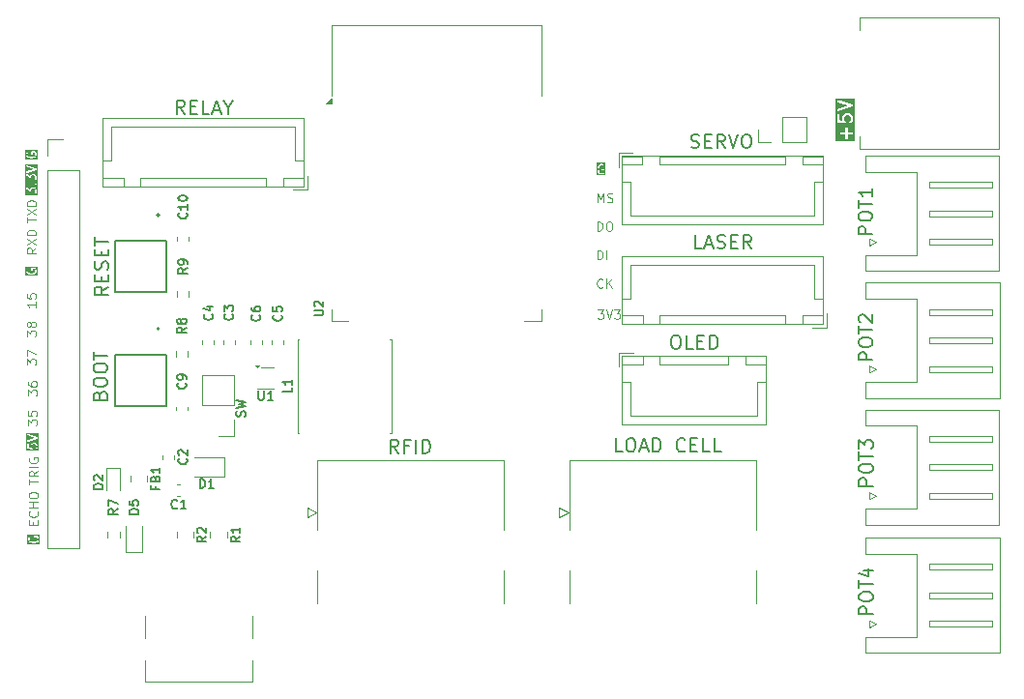
<source format=gbr>
%TF.GenerationSoftware,KiCad,Pcbnew,9.0.5*%
%TF.CreationDate,2026-01-05T22:54:41+05:30*%
%TF.ProjectId,Dietarium,44696574-6172-4697-956d-2e6b69636164,rev?*%
%TF.SameCoordinates,Original*%
%TF.FileFunction,Legend,Top*%
%TF.FilePolarity,Positive*%
%FSLAX46Y46*%
G04 Gerber Fmt 4.6, Leading zero omitted, Abs format (unit mm)*
G04 Created by KiCad (PCBNEW 9.0.5) date 2026-01-05 22:54:41*
%MOMM*%
%LPD*%
G01*
G04 APERTURE LIST*
%ADD10C,0.120000*%
%ADD11C,0.200000*%
%ADD12C,0.150000*%
%ADD13C,0.100000*%
G04 APERTURE END LIST*
D10*
G36*
X51845460Y-63620063D02*
G01*
X50747682Y-63620063D01*
X50747682Y-63090221D01*
X50836571Y-63090221D01*
X50836571Y-63204507D01*
X50838447Y-63213940D01*
X50839650Y-63223481D01*
X50877745Y-63337767D01*
X50879233Y-63340377D01*
X50879233Y-63341754D01*
X50884571Y-63349743D01*
X50889338Y-63358105D01*
X50890571Y-63358721D01*
X50892240Y-63361219D01*
X50968430Y-63437409D01*
X50976417Y-63442746D01*
X50984023Y-63448649D01*
X51060215Y-63486744D01*
X51066554Y-63488480D01*
X51072495Y-63491286D01*
X51224876Y-63529383D01*
X51232220Y-63529740D01*
X51239428Y-63531174D01*
X51353714Y-63531174D01*
X51360925Y-63529739D01*
X51368266Y-63529382D01*
X51520647Y-63491286D01*
X51526586Y-63488480D01*
X51532928Y-63486744D01*
X51609118Y-63448649D01*
X51616714Y-63442753D01*
X51624711Y-63437410D01*
X51700902Y-63361219D01*
X51702570Y-63358721D01*
X51703804Y-63358105D01*
X51708570Y-63349743D01*
X51713909Y-63341754D01*
X51713909Y-63340377D01*
X51715397Y-63337767D01*
X51753492Y-63223480D01*
X51754694Y-63213941D01*
X51756571Y-63204507D01*
X51756571Y-63128316D01*
X51754694Y-63118882D01*
X51753492Y-63109342D01*
X51715397Y-62995057D01*
X51713909Y-62992446D01*
X51713909Y-62991070D01*
X51708566Y-62983074D01*
X51703803Y-62974719D01*
X51702571Y-62974103D01*
X51700902Y-62971605D01*
X51662806Y-62933509D01*
X51643341Y-62920502D01*
X51620380Y-62915935D01*
X51353714Y-62915935D01*
X51330753Y-62920502D01*
X51298281Y-62952974D01*
X51293714Y-62975935D01*
X51293714Y-63128316D01*
X51298281Y-63151277D01*
X51330753Y-63183749D01*
X51376675Y-63183749D01*
X51409147Y-63151277D01*
X51413714Y-63128316D01*
X51413714Y-63035935D01*
X51595528Y-63035935D01*
X51606033Y-63046440D01*
X51636571Y-63138053D01*
X51636571Y-63194770D01*
X51606034Y-63286381D01*
X51546744Y-63345670D01*
X51485152Y-63376466D01*
X51346330Y-63411174D01*
X51246812Y-63411174D01*
X51107992Y-63376468D01*
X51046394Y-63345669D01*
X50987108Y-63286383D01*
X50956571Y-63194770D01*
X50956571Y-63104386D01*
X50988332Y-63040864D01*
X50994515Y-63018284D01*
X50979993Y-62974719D01*
X50938919Y-62954182D01*
X50895354Y-62968704D01*
X50881000Y-62987198D01*
X50842905Y-63063388D01*
X50842111Y-63066286D01*
X50841138Y-63067260D01*
X50839261Y-63076692D01*
X50836722Y-63085968D01*
X50837157Y-63087273D01*
X50836571Y-63090221D01*
X50747682Y-63090221D01*
X50747682Y-62827046D01*
X51845460Y-62827046D01*
X51845460Y-63620063D01*
G37*
D11*
X83425660Y-89358268D02*
X83025660Y-88786840D01*
X82739946Y-89358268D02*
X82739946Y-88158268D01*
X82739946Y-88158268D02*
X83197089Y-88158268D01*
X83197089Y-88158268D02*
X83311374Y-88215411D01*
X83311374Y-88215411D02*
X83368517Y-88272554D01*
X83368517Y-88272554D02*
X83425660Y-88386840D01*
X83425660Y-88386840D02*
X83425660Y-88558268D01*
X83425660Y-88558268D02*
X83368517Y-88672554D01*
X83368517Y-88672554D02*
X83311374Y-88729697D01*
X83311374Y-88729697D02*
X83197089Y-88786840D01*
X83197089Y-88786840D02*
X82739946Y-88786840D01*
X84339946Y-88729697D02*
X83939946Y-88729697D01*
X83939946Y-89358268D02*
X83939946Y-88158268D01*
X83939946Y-88158268D02*
X84511374Y-88158268D01*
X84968517Y-89358268D02*
X84968517Y-88158268D01*
X85539946Y-89358268D02*
X85539946Y-88158268D01*
X85539946Y-88158268D02*
X85825660Y-88158268D01*
X85825660Y-88158268D02*
X85997089Y-88215411D01*
X85997089Y-88215411D02*
X86111374Y-88329697D01*
X86111374Y-88329697D02*
X86168517Y-88443983D01*
X86168517Y-88443983D02*
X86225660Y-88672554D01*
X86225660Y-88672554D02*
X86225660Y-88843983D01*
X86225660Y-88843983D02*
X86168517Y-89072554D01*
X86168517Y-89072554D02*
X86111374Y-89186840D01*
X86111374Y-89186840D02*
X85997089Y-89301126D01*
X85997089Y-89301126D02*
X85825660Y-89358268D01*
X85825660Y-89358268D02*
X85539946Y-89358268D01*
D10*
X51469646Y-95629973D02*
X51469646Y-95363307D01*
X51888694Y-95249021D02*
X51888694Y-95629973D01*
X51888694Y-95629973D02*
X51088694Y-95629973D01*
X51088694Y-95629973D02*
X51088694Y-95249021D01*
X51812503Y-94449020D02*
X51850599Y-94487116D01*
X51850599Y-94487116D02*
X51888694Y-94601401D01*
X51888694Y-94601401D02*
X51888694Y-94677592D01*
X51888694Y-94677592D02*
X51850599Y-94791878D01*
X51850599Y-94791878D02*
X51774408Y-94868068D01*
X51774408Y-94868068D02*
X51698218Y-94906163D01*
X51698218Y-94906163D02*
X51545837Y-94944259D01*
X51545837Y-94944259D02*
X51431551Y-94944259D01*
X51431551Y-94944259D02*
X51279170Y-94906163D01*
X51279170Y-94906163D02*
X51202979Y-94868068D01*
X51202979Y-94868068D02*
X51126789Y-94791878D01*
X51126789Y-94791878D02*
X51088694Y-94677592D01*
X51088694Y-94677592D02*
X51088694Y-94601401D01*
X51088694Y-94601401D02*
X51126789Y-94487116D01*
X51126789Y-94487116D02*
X51164884Y-94449020D01*
X51888694Y-94106163D02*
X51088694Y-94106163D01*
X51469646Y-94106163D02*
X51469646Y-93649020D01*
X51888694Y-93649020D02*
X51088694Y-93649020D01*
X51088694Y-93115687D02*
X51088694Y-92963306D01*
X51088694Y-92963306D02*
X51126789Y-92887116D01*
X51126789Y-92887116D02*
X51202979Y-92810925D01*
X51202979Y-92810925D02*
X51355360Y-92772830D01*
X51355360Y-92772830D02*
X51622027Y-92772830D01*
X51622027Y-92772830D02*
X51774408Y-92810925D01*
X51774408Y-92810925D02*
X51850599Y-92887116D01*
X51850599Y-92887116D02*
X51888694Y-92963306D01*
X51888694Y-92963306D02*
X51888694Y-93115687D01*
X51888694Y-93115687D02*
X51850599Y-93191878D01*
X51850599Y-93191878D02*
X51774408Y-93268068D01*
X51774408Y-93268068D02*
X51622027Y-93306164D01*
X51622027Y-93306164D02*
X51355360Y-93306164D01*
X51355360Y-93306164D02*
X51202979Y-93268068D01*
X51202979Y-93268068D02*
X51126789Y-93191878D01*
X51126789Y-93191878D02*
X51088694Y-93115687D01*
G36*
X51944251Y-89110513D02*
G01*
X50846473Y-89110513D01*
X50846473Y-88542874D01*
X50935362Y-88542874D01*
X50935362Y-88923826D01*
X50938216Y-88938178D01*
X50937919Y-88941157D01*
X50939095Y-88942594D01*
X50939929Y-88946787D01*
X50954209Y-88961067D01*
X50966999Y-88976699D01*
X50971087Y-88977945D01*
X50972401Y-88979259D01*
X50975394Y-88979259D01*
X50989392Y-88983528D01*
X51370344Y-89021624D01*
X51393645Y-89019365D01*
X51396102Y-89017355D01*
X51399274Y-89017355D01*
X51413554Y-89003074D01*
X51429187Y-88990285D01*
X51429502Y-88987128D01*
X51431747Y-88984884D01*
X51431747Y-88964688D01*
X51433757Y-88944591D01*
X51431747Y-88942134D01*
X51431747Y-88938961D01*
X51418741Y-88919496D01*
X51387531Y-88888285D01*
X51360124Y-88833471D01*
X51360124Y-88671324D01*
X51387531Y-88616509D01*
X51411854Y-88592186D01*
X51466670Y-88564779D01*
X51628816Y-88564779D01*
X51683630Y-88592186D01*
X51707955Y-88616510D01*
X51735362Y-88671324D01*
X51735362Y-88833471D01*
X51707954Y-88888287D01*
X51676745Y-88919496D01*
X51663738Y-88938961D01*
X51663738Y-88984883D01*
X51696210Y-89017355D01*
X51742132Y-89017355D01*
X51761597Y-89004348D01*
X51799693Y-88966252D01*
X51805032Y-88958260D01*
X51810933Y-88950659D01*
X51849028Y-88874469D01*
X51849821Y-88871570D01*
X51850795Y-88870597D01*
X51852671Y-88861164D01*
X51855211Y-88851889D01*
X51854775Y-88850583D01*
X51855362Y-88847636D01*
X51855362Y-88657160D01*
X51854775Y-88654212D01*
X51855211Y-88652907D01*
X51852671Y-88643633D01*
X51850795Y-88634199D01*
X51849821Y-88633225D01*
X51849028Y-88630328D01*
X51810933Y-88554136D01*
X51805035Y-88546536D01*
X51799693Y-88538542D01*
X51761597Y-88500447D01*
X51753602Y-88495105D01*
X51746004Y-88489208D01*
X51669814Y-88451113D01*
X51666915Y-88450319D01*
X51665942Y-88449346D01*
X51656509Y-88447469D01*
X51647234Y-88444930D01*
X51645928Y-88445365D01*
X51642981Y-88444779D01*
X51452505Y-88444779D01*
X51449557Y-88445365D01*
X51448252Y-88444930D01*
X51438978Y-88447469D01*
X51429544Y-88449346D01*
X51428570Y-88450319D01*
X51425673Y-88451113D01*
X51349481Y-88489208D01*
X51341881Y-88495105D01*
X51333887Y-88500448D01*
X51295793Y-88538543D01*
X51290455Y-88546530D01*
X51284553Y-88554136D01*
X51246458Y-88630327D01*
X51245664Y-88633225D01*
X51244691Y-88634199D01*
X51242814Y-88643631D01*
X51240275Y-88652907D01*
X51240710Y-88654212D01*
X51240124Y-88657160D01*
X51240124Y-88847636D01*
X51240710Y-88850583D01*
X51240275Y-88851889D01*
X51242814Y-88861164D01*
X51244691Y-88870597D01*
X51245664Y-88871570D01*
X51246458Y-88874469D01*
X51253914Y-88889382D01*
X51055362Y-88869527D01*
X51055362Y-88542874D01*
X51050795Y-88519913D01*
X51018323Y-88487441D01*
X50972401Y-88487441D01*
X50939929Y-88519913D01*
X50935362Y-88542874D01*
X50846473Y-88542874D01*
X50846473Y-87747127D01*
X50935513Y-87747127D01*
X50956050Y-87788201D01*
X50976388Y-87799795D01*
X51605625Y-88009539D01*
X50976388Y-88219286D01*
X50956050Y-88230880D01*
X50935513Y-88271954D01*
X50950035Y-88315519D01*
X50991109Y-88336056D01*
X51014336Y-88333128D01*
X51814336Y-88066461D01*
X51834674Y-88054867D01*
X51836678Y-88050857D01*
X51840690Y-88048852D01*
X51846706Y-88030802D01*
X51855211Y-88013793D01*
X51853793Y-88009540D01*
X51855211Y-88005287D01*
X51846704Y-87988273D01*
X51840689Y-87970228D01*
X51836679Y-87968223D01*
X51834674Y-87964213D01*
X51814336Y-87952619D01*
X51014336Y-87685953D01*
X50991109Y-87683025D01*
X50950035Y-87703562D01*
X50935513Y-87747127D01*
X50846473Y-87747127D01*
X50846473Y-87594136D01*
X51944251Y-87594136D01*
X51944251Y-89110513D01*
G37*
D11*
X103042106Y-89240841D02*
X102470678Y-89240841D01*
X102470678Y-89240841D02*
X102470678Y-88040841D01*
X103670678Y-88040841D02*
X103899250Y-88040841D01*
X103899250Y-88040841D02*
X104013535Y-88097984D01*
X104013535Y-88097984D02*
X104127821Y-88212270D01*
X104127821Y-88212270D02*
X104184964Y-88440841D01*
X104184964Y-88440841D02*
X104184964Y-88840841D01*
X104184964Y-88840841D02*
X104127821Y-89069413D01*
X104127821Y-89069413D02*
X104013535Y-89183699D01*
X104013535Y-89183699D02*
X103899250Y-89240841D01*
X103899250Y-89240841D02*
X103670678Y-89240841D01*
X103670678Y-89240841D02*
X103556393Y-89183699D01*
X103556393Y-89183699D02*
X103442107Y-89069413D01*
X103442107Y-89069413D02*
X103384964Y-88840841D01*
X103384964Y-88840841D02*
X103384964Y-88440841D01*
X103384964Y-88440841D02*
X103442107Y-88212270D01*
X103442107Y-88212270D02*
X103556393Y-88097984D01*
X103556393Y-88097984D02*
X103670678Y-88040841D01*
X104642107Y-88897984D02*
X105213536Y-88897984D01*
X104527821Y-89240841D02*
X104927821Y-88040841D01*
X104927821Y-88040841D02*
X105327821Y-89240841D01*
X105727821Y-89240841D02*
X105727821Y-88040841D01*
X105727821Y-88040841D02*
X106013535Y-88040841D01*
X106013535Y-88040841D02*
X106184964Y-88097984D01*
X106184964Y-88097984D02*
X106299249Y-88212270D01*
X106299249Y-88212270D02*
X106356392Y-88326556D01*
X106356392Y-88326556D02*
X106413535Y-88555127D01*
X106413535Y-88555127D02*
X106413535Y-88726556D01*
X106413535Y-88726556D02*
X106356392Y-88955127D01*
X106356392Y-88955127D02*
X106299249Y-89069413D01*
X106299249Y-89069413D02*
X106184964Y-89183699D01*
X106184964Y-89183699D02*
X106013535Y-89240841D01*
X106013535Y-89240841D02*
X105727821Y-89240841D01*
X108527821Y-89126556D02*
X108470678Y-89183699D01*
X108470678Y-89183699D02*
X108299250Y-89240841D01*
X108299250Y-89240841D02*
X108184964Y-89240841D01*
X108184964Y-89240841D02*
X108013535Y-89183699D01*
X108013535Y-89183699D02*
X107899250Y-89069413D01*
X107899250Y-89069413D02*
X107842107Y-88955127D01*
X107842107Y-88955127D02*
X107784964Y-88726556D01*
X107784964Y-88726556D02*
X107784964Y-88555127D01*
X107784964Y-88555127D02*
X107842107Y-88326556D01*
X107842107Y-88326556D02*
X107899250Y-88212270D01*
X107899250Y-88212270D02*
X108013535Y-88097984D01*
X108013535Y-88097984D02*
X108184964Y-88040841D01*
X108184964Y-88040841D02*
X108299250Y-88040841D01*
X108299250Y-88040841D02*
X108470678Y-88097984D01*
X108470678Y-88097984D02*
X108527821Y-88155127D01*
X109042107Y-88612270D02*
X109442107Y-88612270D01*
X109613535Y-89240841D02*
X109042107Y-89240841D01*
X109042107Y-89240841D02*
X109042107Y-88040841D01*
X109042107Y-88040841D02*
X109613535Y-88040841D01*
X110699249Y-89240841D02*
X110127821Y-89240841D01*
X110127821Y-89240841D02*
X110127821Y-88040841D01*
X111670678Y-89240841D02*
X111099250Y-89240841D01*
X111099250Y-89240841D02*
X111099250Y-88040841D01*
D10*
X50896571Y-79109269D02*
X50896571Y-78614031D01*
X50896571Y-78614031D02*
X51201333Y-78880697D01*
X51201333Y-78880697D02*
X51201333Y-78766412D01*
X51201333Y-78766412D02*
X51239428Y-78690221D01*
X51239428Y-78690221D02*
X51277523Y-78652126D01*
X51277523Y-78652126D02*
X51353714Y-78614031D01*
X51353714Y-78614031D02*
X51544190Y-78614031D01*
X51544190Y-78614031D02*
X51620380Y-78652126D01*
X51620380Y-78652126D02*
X51658476Y-78690221D01*
X51658476Y-78690221D02*
X51696571Y-78766412D01*
X51696571Y-78766412D02*
X51696571Y-78994983D01*
X51696571Y-78994983D02*
X51658476Y-79071174D01*
X51658476Y-79071174D02*
X51620380Y-79109269D01*
X51239428Y-78156888D02*
X51201333Y-78233078D01*
X51201333Y-78233078D02*
X51163237Y-78271173D01*
X51163237Y-78271173D02*
X51087047Y-78309269D01*
X51087047Y-78309269D02*
X51048952Y-78309269D01*
X51048952Y-78309269D02*
X50972761Y-78271173D01*
X50972761Y-78271173D02*
X50934666Y-78233078D01*
X50934666Y-78233078D02*
X50896571Y-78156888D01*
X50896571Y-78156888D02*
X50896571Y-78004507D01*
X50896571Y-78004507D02*
X50934666Y-77928316D01*
X50934666Y-77928316D02*
X50972761Y-77890221D01*
X50972761Y-77890221D02*
X51048952Y-77852126D01*
X51048952Y-77852126D02*
X51087047Y-77852126D01*
X51087047Y-77852126D02*
X51163237Y-77890221D01*
X51163237Y-77890221D02*
X51201333Y-77928316D01*
X51201333Y-77928316D02*
X51239428Y-78004507D01*
X51239428Y-78004507D02*
X51239428Y-78156888D01*
X51239428Y-78156888D02*
X51277523Y-78233078D01*
X51277523Y-78233078D02*
X51315618Y-78271173D01*
X51315618Y-78271173D02*
X51391809Y-78309269D01*
X51391809Y-78309269D02*
X51544190Y-78309269D01*
X51544190Y-78309269D02*
X51620380Y-78271173D01*
X51620380Y-78271173D02*
X51658476Y-78233078D01*
X51658476Y-78233078D02*
X51696571Y-78156888D01*
X51696571Y-78156888D02*
X51696571Y-78004507D01*
X51696571Y-78004507D02*
X51658476Y-77928316D01*
X51658476Y-77928316D02*
X51620380Y-77890221D01*
X51620380Y-77890221D02*
X51544190Y-77852126D01*
X51544190Y-77852126D02*
X51391809Y-77852126D01*
X51391809Y-77852126D02*
X51315618Y-77890221D01*
X51315618Y-77890221D02*
X51277523Y-77928316D01*
X51277523Y-77928316D02*
X51239428Y-78004507D01*
G36*
X52045001Y-97315489D02*
G01*
X50947223Y-97315489D01*
X50947223Y-96785647D01*
X51036112Y-96785647D01*
X51036112Y-96899933D01*
X51037988Y-96909366D01*
X51039191Y-96918907D01*
X51077286Y-97033193D01*
X51078774Y-97035803D01*
X51078774Y-97037180D01*
X51084112Y-97045169D01*
X51088879Y-97053531D01*
X51090112Y-97054147D01*
X51091781Y-97056645D01*
X51167971Y-97132835D01*
X51175958Y-97138172D01*
X51183564Y-97144075D01*
X51259756Y-97182170D01*
X51266095Y-97183906D01*
X51272036Y-97186712D01*
X51424417Y-97224809D01*
X51431761Y-97225166D01*
X51438969Y-97226600D01*
X51553255Y-97226600D01*
X51560466Y-97225165D01*
X51567807Y-97224808D01*
X51720188Y-97186712D01*
X51726127Y-97183906D01*
X51732469Y-97182170D01*
X51808659Y-97144075D01*
X51816255Y-97138179D01*
X51824252Y-97132836D01*
X51900443Y-97056645D01*
X51902111Y-97054147D01*
X51903345Y-97053531D01*
X51908111Y-97045169D01*
X51913450Y-97037180D01*
X51913450Y-97035803D01*
X51914938Y-97033193D01*
X51953033Y-96918906D01*
X51954235Y-96909367D01*
X51956112Y-96899933D01*
X51956112Y-96823742D01*
X51954235Y-96814308D01*
X51953033Y-96804768D01*
X51914938Y-96690483D01*
X51913450Y-96687872D01*
X51913450Y-96686496D01*
X51908107Y-96678500D01*
X51903344Y-96670145D01*
X51902112Y-96669529D01*
X51900443Y-96667031D01*
X51862347Y-96628935D01*
X51842882Y-96615928D01*
X51819921Y-96611361D01*
X51553255Y-96611361D01*
X51530294Y-96615928D01*
X51497822Y-96648400D01*
X51493255Y-96671361D01*
X51493255Y-96823742D01*
X51497822Y-96846703D01*
X51530294Y-96879175D01*
X51576216Y-96879175D01*
X51608688Y-96846703D01*
X51613255Y-96823742D01*
X51613255Y-96731361D01*
X51795069Y-96731361D01*
X51805574Y-96741866D01*
X51836112Y-96833479D01*
X51836112Y-96890196D01*
X51805575Y-96981807D01*
X51746285Y-97041096D01*
X51684693Y-97071892D01*
X51545871Y-97106600D01*
X51446353Y-97106600D01*
X51307533Y-97071894D01*
X51245935Y-97041095D01*
X51186649Y-96981809D01*
X51156112Y-96890196D01*
X51156112Y-96799812D01*
X51187873Y-96736290D01*
X51194056Y-96713710D01*
X51179534Y-96670145D01*
X51138460Y-96649608D01*
X51094895Y-96664130D01*
X51080541Y-96682624D01*
X51042446Y-96758814D01*
X51041652Y-96761712D01*
X51040679Y-96762686D01*
X51038802Y-96772118D01*
X51036263Y-96781394D01*
X51036698Y-96782699D01*
X51036112Y-96785647D01*
X50947223Y-96785647D01*
X50947223Y-96522472D01*
X52045001Y-96522472D01*
X52045001Y-97315489D01*
G37*
D11*
X124955071Y-81192294D02*
X123755071Y-81192294D01*
X123755071Y-81192294D02*
X123755071Y-80735151D01*
X123755071Y-80735151D02*
X123812214Y-80620866D01*
X123812214Y-80620866D02*
X123869357Y-80563723D01*
X123869357Y-80563723D02*
X123983643Y-80506580D01*
X123983643Y-80506580D02*
X124155071Y-80506580D01*
X124155071Y-80506580D02*
X124269357Y-80563723D01*
X124269357Y-80563723D02*
X124326500Y-80620866D01*
X124326500Y-80620866D02*
X124383643Y-80735151D01*
X124383643Y-80735151D02*
X124383643Y-81192294D01*
X123755071Y-79763723D02*
X123755071Y-79535151D01*
X123755071Y-79535151D02*
X123812214Y-79420866D01*
X123812214Y-79420866D02*
X123926500Y-79306580D01*
X123926500Y-79306580D02*
X124155071Y-79249437D01*
X124155071Y-79249437D02*
X124555071Y-79249437D01*
X124555071Y-79249437D02*
X124783643Y-79306580D01*
X124783643Y-79306580D02*
X124897929Y-79420866D01*
X124897929Y-79420866D02*
X124955071Y-79535151D01*
X124955071Y-79535151D02*
X124955071Y-79763723D01*
X124955071Y-79763723D02*
X124897929Y-79878009D01*
X124897929Y-79878009D02*
X124783643Y-79992294D01*
X124783643Y-79992294D02*
X124555071Y-80049437D01*
X124555071Y-80049437D02*
X124155071Y-80049437D01*
X124155071Y-80049437D02*
X123926500Y-79992294D01*
X123926500Y-79992294D02*
X123812214Y-79878009D01*
X123812214Y-79878009D02*
X123755071Y-79763723D01*
X123755071Y-78906580D02*
X123755071Y-78220866D01*
X124955071Y-78563723D02*
X123755071Y-78563723D01*
X123869357Y-77878008D02*
X123812214Y-77820865D01*
X123812214Y-77820865D02*
X123755071Y-77706580D01*
X123755071Y-77706580D02*
X123755071Y-77420865D01*
X123755071Y-77420865D02*
X123812214Y-77306580D01*
X123812214Y-77306580D02*
X123869357Y-77249437D01*
X123869357Y-77249437D02*
X123983643Y-77192294D01*
X123983643Y-77192294D02*
X124097929Y-77192294D01*
X124097929Y-77192294D02*
X124269357Y-77249437D01*
X124269357Y-77249437D02*
X124955071Y-77935151D01*
X124955071Y-77935151D02*
X124955071Y-77192294D01*
D10*
G36*
X51845460Y-66753591D02*
G01*
X50747682Y-66753591D01*
X50747682Y-66114031D01*
X50836571Y-66114031D01*
X50836571Y-66609269D01*
X50841138Y-66632230D01*
X50873610Y-66664702D01*
X50919532Y-66664702D01*
X50952004Y-66632230D01*
X50956571Y-66609269D01*
X50956571Y-66246257D01*
X51161823Y-66425852D01*
X51176609Y-66434367D01*
X51178372Y-66436130D01*
X51179670Y-66436130D01*
X51182110Y-66437535D01*
X51203183Y-66436130D01*
X51224294Y-66436130D01*
X51225802Y-66434621D01*
X51227931Y-66434480D01*
X51241840Y-66418584D01*
X51256766Y-66403658D01*
X51257314Y-66400898D01*
X51258171Y-66399920D01*
X51258004Y-66397429D01*
X51261333Y-66380697D01*
X51261333Y-66280576D01*
X51288740Y-66225761D01*
X51313063Y-66201438D01*
X51367879Y-66174031D01*
X51530025Y-66174031D01*
X51584839Y-66201438D01*
X51609164Y-66225762D01*
X51636571Y-66280576D01*
X51636571Y-66480818D01*
X51609164Y-66535632D01*
X51577954Y-66566842D01*
X51564947Y-66586307D01*
X51564947Y-66632229D01*
X51597418Y-66664702D01*
X51643340Y-66664702D01*
X51662806Y-66651696D01*
X51700902Y-66613601D01*
X51706244Y-66605606D01*
X51712142Y-66598007D01*
X51750237Y-66521815D01*
X51751030Y-66518917D01*
X51752004Y-66517944D01*
X51753880Y-66508509D01*
X51756420Y-66499236D01*
X51755984Y-66497930D01*
X51756571Y-66494983D01*
X51756571Y-66266412D01*
X51755984Y-66263464D01*
X51756420Y-66262159D01*
X51753880Y-66252885D01*
X51752004Y-66243451D01*
X51751030Y-66242477D01*
X51750237Y-66239580D01*
X51712142Y-66163388D01*
X51706244Y-66155788D01*
X51700902Y-66147794D01*
X51662806Y-66109699D01*
X51654811Y-66104357D01*
X51647213Y-66098460D01*
X51571023Y-66060365D01*
X51568124Y-66059571D01*
X51567151Y-66058598D01*
X51557718Y-66056721D01*
X51548443Y-66054182D01*
X51547137Y-66054617D01*
X51544190Y-66054031D01*
X51353714Y-66054031D01*
X51350766Y-66054617D01*
X51349461Y-66054182D01*
X51340187Y-66056721D01*
X51330753Y-66058598D01*
X51329779Y-66059571D01*
X51326882Y-66060365D01*
X51250690Y-66098460D01*
X51243090Y-66104357D01*
X51235096Y-66109700D01*
X51197002Y-66147795D01*
X51191664Y-66155782D01*
X51185762Y-66163388D01*
X51147667Y-66239579D01*
X51146873Y-66242477D01*
X51145900Y-66243451D01*
X51144372Y-66251130D01*
X50936081Y-66068876D01*
X50921294Y-66060360D01*
X50919532Y-66058598D01*
X50918234Y-66058598D01*
X50915794Y-66057193D01*
X50894721Y-66058598D01*
X50873610Y-66058598D01*
X50872101Y-66060106D01*
X50869973Y-66060248D01*
X50856064Y-66076144D01*
X50841138Y-66091070D01*
X50840589Y-66093829D01*
X50839733Y-66094808D01*
X50839899Y-66097298D01*
X50836571Y-66114031D01*
X50747682Y-66114031D01*
X50747682Y-65748211D01*
X51564947Y-65748211D01*
X51564947Y-65748212D01*
X51564947Y-65794134D01*
X51577954Y-65813599D01*
X51616050Y-65851695D01*
X51635515Y-65864702D01*
X51635516Y-65864702D01*
X51681438Y-65864702D01*
X51700903Y-65851695D01*
X51738998Y-65813599D01*
X51752004Y-65794134D01*
X51752004Y-65748211D01*
X51738997Y-65728746D01*
X51700902Y-65690652D01*
X51681440Y-65677647D01*
X51681438Y-65677645D01*
X51635515Y-65677645D01*
X51616050Y-65690651D01*
X51577954Y-65728746D01*
X51564947Y-65748211D01*
X50747682Y-65748211D01*
X50747682Y-64971174D01*
X50836571Y-64971174D01*
X50836571Y-65466412D01*
X50841138Y-65489373D01*
X50873610Y-65521845D01*
X50919532Y-65521845D01*
X50952004Y-65489373D01*
X50956571Y-65466412D01*
X50956571Y-65103400D01*
X51161823Y-65282995D01*
X51176609Y-65291510D01*
X51178372Y-65293273D01*
X51179670Y-65293273D01*
X51182110Y-65294678D01*
X51203183Y-65293273D01*
X51224294Y-65293273D01*
X51225802Y-65291764D01*
X51227931Y-65291623D01*
X51241840Y-65275727D01*
X51256766Y-65260801D01*
X51257314Y-65258041D01*
X51258171Y-65257063D01*
X51258004Y-65254572D01*
X51261333Y-65237840D01*
X51261333Y-65137719D01*
X51288740Y-65082904D01*
X51313063Y-65058581D01*
X51367879Y-65031174D01*
X51530025Y-65031174D01*
X51584839Y-65058581D01*
X51609164Y-65082905D01*
X51636571Y-65137719D01*
X51636571Y-65337961D01*
X51609164Y-65392775D01*
X51577954Y-65423985D01*
X51564947Y-65443450D01*
X51564947Y-65489372D01*
X51597418Y-65521845D01*
X51643340Y-65521845D01*
X51662806Y-65508839D01*
X51700902Y-65470744D01*
X51706244Y-65462749D01*
X51712142Y-65455150D01*
X51750237Y-65378958D01*
X51751030Y-65376060D01*
X51752004Y-65375087D01*
X51753880Y-65365652D01*
X51756420Y-65356379D01*
X51755984Y-65355073D01*
X51756571Y-65352126D01*
X51756571Y-65123555D01*
X51755984Y-65120607D01*
X51756420Y-65119302D01*
X51753880Y-65110028D01*
X51752004Y-65100594D01*
X51751030Y-65099620D01*
X51750237Y-65096723D01*
X51712142Y-65020531D01*
X51706244Y-65012931D01*
X51700902Y-65004937D01*
X51662806Y-64966842D01*
X51654811Y-64961500D01*
X51647213Y-64955603D01*
X51571023Y-64917508D01*
X51568124Y-64916714D01*
X51567151Y-64915741D01*
X51557718Y-64913864D01*
X51548443Y-64911325D01*
X51547137Y-64911760D01*
X51544190Y-64911174D01*
X51353714Y-64911174D01*
X51350766Y-64911760D01*
X51349461Y-64911325D01*
X51340187Y-64913864D01*
X51330753Y-64915741D01*
X51329779Y-64916714D01*
X51326882Y-64917508D01*
X51250690Y-64955603D01*
X51243090Y-64961500D01*
X51235096Y-64966843D01*
X51197002Y-65004938D01*
X51191664Y-65012925D01*
X51185762Y-65020531D01*
X51147667Y-65096722D01*
X51146873Y-65099620D01*
X51145900Y-65100594D01*
X51144372Y-65108273D01*
X50936081Y-64926019D01*
X50921294Y-64917503D01*
X50919532Y-64915741D01*
X50918234Y-64915741D01*
X50915794Y-64914336D01*
X50894721Y-64915741D01*
X50873610Y-64915741D01*
X50872101Y-64917249D01*
X50869973Y-64917391D01*
X50856064Y-64933287D01*
X50841138Y-64948213D01*
X50840589Y-64950972D01*
X50839733Y-64951951D01*
X50839899Y-64954441D01*
X50836571Y-64971174D01*
X50747682Y-64971174D01*
X50747682Y-64213522D01*
X50836722Y-64213522D01*
X50857259Y-64254596D01*
X50877597Y-64266190D01*
X51506834Y-64475934D01*
X50877597Y-64685681D01*
X50857259Y-64697275D01*
X50836722Y-64738349D01*
X50851244Y-64781914D01*
X50892318Y-64802451D01*
X50915545Y-64799523D01*
X51715545Y-64532856D01*
X51735883Y-64521262D01*
X51737887Y-64517252D01*
X51741899Y-64515247D01*
X51747915Y-64497197D01*
X51756420Y-64480188D01*
X51755002Y-64475935D01*
X51756420Y-64471682D01*
X51747913Y-64454668D01*
X51741898Y-64436623D01*
X51737888Y-64434618D01*
X51735883Y-64430608D01*
X51715545Y-64419014D01*
X50915545Y-64152348D01*
X50892318Y-64149420D01*
X50851244Y-64169957D01*
X50836722Y-64213522D01*
X50747682Y-64213522D01*
X50747682Y-64060531D01*
X51845460Y-64060531D01*
X51845460Y-66753591D01*
G37*
X51696571Y-71375935D02*
X51315618Y-71642602D01*
X51696571Y-71833078D02*
X50896571Y-71833078D01*
X50896571Y-71833078D02*
X50896571Y-71528316D01*
X50896571Y-71528316D02*
X50934666Y-71452126D01*
X50934666Y-71452126D02*
X50972761Y-71414031D01*
X50972761Y-71414031D02*
X51048952Y-71375935D01*
X51048952Y-71375935D02*
X51163237Y-71375935D01*
X51163237Y-71375935D02*
X51239428Y-71414031D01*
X51239428Y-71414031D02*
X51277523Y-71452126D01*
X51277523Y-71452126D02*
X51315618Y-71528316D01*
X51315618Y-71528316D02*
X51315618Y-71833078D01*
X50896571Y-71109269D02*
X51696571Y-70575935D01*
X50896571Y-70575935D02*
X51696571Y-71109269D01*
X51696571Y-70271173D02*
X50896571Y-70271173D01*
X50896571Y-70271173D02*
X50896571Y-70080697D01*
X50896571Y-70080697D02*
X50934666Y-69966411D01*
X50934666Y-69966411D02*
X51010856Y-69890221D01*
X51010856Y-69890221D02*
X51087047Y-69852126D01*
X51087047Y-69852126D02*
X51239428Y-69814030D01*
X51239428Y-69814030D02*
X51353714Y-69814030D01*
X51353714Y-69814030D02*
X51506095Y-69852126D01*
X51506095Y-69852126D02*
X51582285Y-69890221D01*
X51582285Y-69890221D02*
X51658476Y-69966411D01*
X51658476Y-69966411D02*
X51696571Y-70080697D01*
X51696571Y-70080697D02*
X51696571Y-70271173D01*
X101320541Y-74799115D02*
X101282445Y-74837211D01*
X101282445Y-74837211D02*
X101168160Y-74875306D01*
X101168160Y-74875306D02*
X101091969Y-74875306D01*
X101091969Y-74875306D02*
X100977683Y-74837211D01*
X100977683Y-74837211D02*
X100901493Y-74761020D01*
X100901493Y-74761020D02*
X100863398Y-74684830D01*
X100863398Y-74684830D02*
X100825302Y-74532449D01*
X100825302Y-74532449D02*
X100825302Y-74418163D01*
X100825302Y-74418163D02*
X100863398Y-74265782D01*
X100863398Y-74265782D02*
X100901493Y-74189591D01*
X100901493Y-74189591D02*
X100977683Y-74113401D01*
X100977683Y-74113401D02*
X101091969Y-74075306D01*
X101091969Y-74075306D02*
X101168160Y-74075306D01*
X101168160Y-74075306D02*
X101282445Y-74113401D01*
X101282445Y-74113401D02*
X101320541Y-74151496D01*
X101663398Y-74875306D02*
X101663398Y-74075306D01*
X102120541Y-74875306D02*
X101777683Y-74418163D01*
X102120541Y-74075306D02*
X101663398Y-74532449D01*
D11*
X57314171Y-84282707D02*
X57371314Y-84111279D01*
X57371314Y-84111279D02*
X57428457Y-84054136D01*
X57428457Y-84054136D02*
X57542742Y-83996993D01*
X57542742Y-83996993D02*
X57714171Y-83996993D01*
X57714171Y-83996993D02*
X57828457Y-84054136D01*
X57828457Y-84054136D02*
X57885600Y-84111279D01*
X57885600Y-84111279D02*
X57942742Y-84225564D01*
X57942742Y-84225564D02*
X57942742Y-84682707D01*
X57942742Y-84682707D02*
X56742742Y-84682707D01*
X56742742Y-84682707D02*
X56742742Y-84282707D01*
X56742742Y-84282707D02*
X56799885Y-84168422D01*
X56799885Y-84168422D02*
X56857028Y-84111279D01*
X56857028Y-84111279D02*
X56971314Y-84054136D01*
X56971314Y-84054136D02*
X57085600Y-84054136D01*
X57085600Y-84054136D02*
X57199885Y-84111279D01*
X57199885Y-84111279D02*
X57257028Y-84168422D01*
X57257028Y-84168422D02*
X57314171Y-84282707D01*
X57314171Y-84282707D02*
X57314171Y-84682707D01*
X56742742Y-83254136D02*
X56742742Y-83025564D01*
X56742742Y-83025564D02*
X56799885Y-82911279D01*
X56799885Y-82911279D02*
X56914171Y-82796993D01*
X56914171Y-82796993D02*
X57142742Y-82739850D01*
X57142742Y-82739850D02*
X57542742Y-82739850D01*
X57542742Y-82739850D02*
X57771314Y-82796993D01*
X57771314Y-82796993D02*
X57885600Y-82911279D01*
X57885600Y-82911279D02*
X57942742Y-83025564D01*
X57942742Y-83025564D02*
X57942742Y-83254136D01*
X57942742Y-83254136D02*
X57885600Y-83368422D01*
X57885600Y-83368422D02*
X57771314Y-83482707D01*
X57771314Y-83482707D02*
X57542742Y-83539850D01*
X57542742Y-83539850D02*
X57142742Y-83539850D01*
X57142742Y-83539850D02*
X56914171Y-83482707D01*
X56914171Y-83482707D02*
X56799885Y-83368422D01*
X56799885Y-83368422D02*
X56742742Y-83254136D01*
X56742742Y-81996993D02*
X56742742Y-81768421D01*
X56742742Y-81768421D02*
X56799885Y-81654136D01*
X56799885Y-81654136D02*
X56914171Y-81539850D01*
X56914171Y-81539850D02*
X57142742Y-81482707D01*
X57142742Y-81482707D02*
X57542742Y-81482707D01*
X57542742Y-81482707D02*
X57771314Y-81539850D01*
X57771314Y-81539850D02*
X57885600Y-81654136D01*
X57885600Y-81654136D02*
X57942742Y-81768421D01*
X57942742Y-81768421D02*
X57942742Y-81996993D01*
X57942742Y-81996993D02*
X57885600Y-82111279D01*
X57885600Y-82111279D02*
X57771314Y-82225564D01*
X57771314Y-82225564D02*
X57542742Y-82282707D01*
X57542742Y-82282707D02*
X57142742Y-82282707D01*
X57142742Y-82282707D02*
X56914171Y-82225564D01*
X56914171Y-82225564D02*
X56799885Y-82111279D01*
X56799885Y-82111279D02*
X56742742Y-81996993D01*
X56742742Y-81139850D02*
X56742742Y-80454136D01*
X57942742Y-80796993D02*
X56742742Y-80796993D01*
D12*
X70006200Y-86148935D02*
X70044295Y-86034649D01*
X70044295Y-86034649D02*
X70044295Y-85844173D01*
X70044295Y-85844173D02*
X70006200Y-85767982D01*
X70006200Y-85767982D02*
X69968104Y-85729887D01*
X69968104Y-85729887D02*
X69891914Y-85691792D01*
X69891914Y-85691792D02*
X69815723Y-85691792D01*
X69815723Y-85691792D02*
X69739533Y-85729887D01*
X69739533Y-85729887D02*
X69701438Y-85767982D01*
X69701438Y-85767982D02*
X69663342Y-85844173D01*
X69663342Y-85844173D02*
X69625247Y-85996554D01*
X69625247Y-85996554D02*
X69587152Y-86072744D01*
X69587152Y-86072744D02*
X69549057Y-86110839D01*
X69549057Y-86110839D02*
X69472866Y-86148935D01*
X69472866Y-86148935D02*
X69396676Y-86148935D01*
X69396676Y-86148935D02*
X69320485Y-86110839D01*
X69320485Y-86110839D02*
X69282390Y-86072744D01*
X69282390Y-86072744D02*
X69244295Y-85996554D01*
X69244295Y-85996554D02*
X69244295Y-85806077D01*
X69244295Y-85806077D02*
X69282390Y-85691792D01*
X69244295Y-85425125D02*
X70044295Y-85234649D01*
X70044295Y-85234649D02*
X69472866Y-85082268D01*
X69472866Y-85082268D02*
X70044295Y-84929887D01*
X70044295Y-84929887D02*
X69244295Y-84739411D01*
D10*
G36*
X51845460Y-73820063D02*
G01*
X50747682Y-73820063D01*
X50747682Y-73290221D01*
X50836571Y-73290221D01*
X50836571Y-73404507D01*
X50838447Y-73413940D01*
X50839650Y-73423481D01*
X50877745Y-73537767D01*
X50879233Y-73540377D01*
X50879233Y-73541754D01*
X50884571Y-73549743D01*
X50889338Y-73558105D01*
X50890571Y-73558721D01*
X50892240Y-73561219D01*
X50968430Y-73637409D01*
X50976417Y-73642746D01*
X50984023Y-73648649D01*
X51060215Y-73686744D01*
X51066554Y-73688480D01*
X51072495Y-73691286D01*
X51224876Y-73729383D01*
X51232220Y-73729740D01*
X51239428Y-73731174D01*
X51353714Y-73731174D01*
X51360925Y-73729739D01*
X51368266Y-73729382D01*
X51520647Y-73691286D01*
X51526586Y-73688480D01*
X51532928Y-73686744D01*
X51609118Y-73648649D01*
X51616714Y-73642753D01*
X51624711Y-73637410D01*
X51700902Y-73561219D01*
X51702570Y-73558721D01*
X51703804Y-73558105D01*
X51708570Y-73549743D01*
X51713909Y-73541754D01*
X51713909Y-73540377D01*
X51715397Y-73537767D01*
X51753492Y-73423480D01*
X51754694Y-73413941D01*
X51756571Y-73404507D01*
X51756571Y-73328316D01*
X51754694Y-73318882D01*
X51753492Y-73309342D01*
X51715397Y-73195057D01*
X51713909Y-73192446D01*
X51713909Y-73191070D01*
X51708566Y-73183074D01*
X51703803Y-73174719D01*
X51702571Y-73174103D01*
X51700902Y-73171605D01*
X51662806Y-73133509D01*
X51643341Y-73120502D01*
X51620380Y-73115935D01*
X51353714Y-73115935D01*
X51330753Y-73120502D01*
X51298281Y-73152974D01*
X51293714Y-73175935D01*
X51293714Y-73328316D01*
X51298281Y-73351277D01*
X51330753Y-73383749D01*
X51376675Y-73383749D01*
X51409147Y-73351277D01*
X51413714Y-73328316D01*
X51413714Y-73235935D01*
X51595528Y-73235935D01*
X51606033Y-73246440D01*
X51636571Y-73338053D01*
X51636571Y-73394770D01*
X51606034Y-73486381D01*
X51546744Y-73545670D01*
X51485152Y-73576466D01*
X51346330Y-73611174D01*
X51246812Y-73611174D01*
X51107992Y-73576468D01*
X51046394Y-73545669D01*
X50987108Y-73486383D01*
X50956571Y-73394770D01*
X50956571Y-73304386D01*
X50988332Y-73240864D01*
X50994515Y-73218284D01*
X50979993Y-73174719D01*
X50938919Y-73154182D01*
X50895354Y-73168704D01*
X50881000Y-73187198D01*
X50842905Y-73263388D01*
X50842111Y-73266286D01*
X50841138Y-73267260D01*
X50839261Y-73276692D01*
X50836722Y-73285968D01*
X50837157Y-73287273D01*
X50836571Y-73290221D01*
X50747682Y-73290221D01*
X50747682Y-73027046D01*
X51845460Y-73027046D01*
X51845460Y-73820063D01*
G37*
X100852219Y-69870755D02*
X100852219Y-69070755D01*
X100852219Y-69070755D02*
X101042695Y-69070755D01*
X101042695Y-69070755D02*
X101156981Y-69108850D01*
X101156981Y-69108850D02*
X101233171Y-69185040D01*
X101233171Y-69185040D02*
X101271266Y-69261231D01*
X101271266Y-69261231D02*
X101309362Y-69413612D01*
X101309362Y-69413612D02*
X101309362Y-69527898D01*
X101309362Y-69527898D02*
X101271266Y-69680279D01*
X101271266Y-69680279D02*
X101233171Y-69756469D01*
X101233171Y-69756469D02*
X101156981Y-69832660D01*
X101156981Y-69832660D02*
X101042695Y-69870755D01*
X101042695Y-69870755D02*
X100852219Y-69870755D01*
X101804600Y-69070755D02*
X101956981Y-69070755D01*
X101956981Y-69070755D02*
X102033171Y-69108850D01*
X102033171Y-69108850D02*
X102109362Y-69185040D01*
X102109362Y-69185040D02*
X102147457Y-69337421D01*
X102147457Y-69337421D02*
X102147457Y-69604088D01*
X102147457Y-69604088D02*
X102109362Y-69756469D01*
X102109362Y-69756469D02*
X102033171Y-69832660D01*
X102033171Y-69832660D02*
X101956981Y-69870755D01*
X101956981Y-69870755D02*
X101804600Y-69870755D01*
X101804600Y-69870755D02*
X101728409Y-69832660D01*
X101728409Y-69832660D02*
X101652219Y-69756469D01*
X101652219Y-69756469D02*
X101614123Y-69604088D01*
X101614123Y-69604088D02*
X101614123Y-69337421D01*
X101614123Y-69337421D02*
X101652219Y-69185040D01*
X101652219Y-69185040D02*
X101728409Y-69108850D01*
X101728409Y-69108850D02*
X101804600Y-69070755D01*
D11*
X124900277Y-70155995D02*
X123700277Y-70155995D01*
X123700277Y-70155995D02*
X123700277Y-69698852D01*
X123700277Y-69698852D02*
X123757420Y-69584567D01*
X123757420Y-69584567D02*
X123814563Y-69527424D01*
X123814563Y-69527424D02*
X123928849Y-69470281D01*
X123928849Y-69470281D02*
X124100277Y-69470281D01*
X124100277Y-69470281D02*
X124214563Y-69527424D01*
X124214563Y-69527424D02*
X124271706Y-69584567D01*
X124271706Y-69584567D02*
X124328849Y-69698852D01*
X124328849Y-69698852D02*
X124328849Y-70155995D01*
X123700277Y-68727424D02*
X123700277Y-68498852D01*
X123700277Y-68498852D02*
X123757420Y-68384567D01*
X123757420Y-68384567D02*
X123871706Y-68270281D01*
X123871706Y-68270281D02*
X124100277Y-68213138D01*
X124100277Y-68213138D02*
X124500277Y-68213138D01*
X124500277Y-68213138D02*
X124728849Y-68270281D01*
X124728849Y-68270281D02*
X124843135Y-68384567D01*
X124843135Y-68384567D02*
X124900277Y-68498852D01*
X124900277Y-68498852D02*
X124900277Y-68727424D01*
X124900277Y-68727424D02*
X124843135Y-68841710D01*
X124843135Y-68841710D02*
X124728849Y-68955995D01*
X124728849Y-68955995D02*
X124500277Y-69013138D01*
X124500277Y-69013138D02*
X124100277Y-69013138D01*
X124100277Y-69013138D02*
X123871706Y-68955995D01*
X123871706Y-68955995D02*
X123757420Y-68841710D01*
X123757420Y-68841710D02*
X123700277Y-68727424D01*
X123700277Y-67870281D02*
X123700277Y-67184567D01*
X124900277Y-67527424D02*
X123700277Y-67527424D01*
X124900277Y-66155995D02*
X124900277Y-66841709D01*
X124900277Y-66498852D02*
X123700277Y-66498852D01*
X123700277Y-66498852D02*
X123871706Y-66613138D01*
X123871706Y-66613138D02*
X123985992Y-66727423D01*
X123985992Y-66727423D02*
X124043135Y-66841709D01*
X124976989Y-103468560D02*
X123776989Y-103468560D01*
X123776989Y-103468560D02*
X123776989Y-103011417D01*
X123776989Y-103011417D02*
X123834132Y-102897132D01*
X123834132Y-102897132D02*
X123891275Y-102839989D01*
X123891275Y-102839989D02*
X124005561Y-102782846D01*
X124005561Y-102782846D02*
X124176989Y-102782846D01*
X124176989Y-102782846D02*
X124291275Y-102839989D01*
X124291275Y-102839989D02*
X124348418Y-102897132D01*
X124348418Y-102897132D02*
X124405561Y-103011417D01*
X124405561Y-103011417D02*
X124405561Y-103468560D01*
X123776989Y-102039989D02*
X123776989Y-101811417D01*
X123776989Y-101811417D02*
X123834132Y-101697132D01*
X123834132Y-101697132D02*
X123948418Y-101582846D01*
X123948418Y-101582846D02*
X124176989Y-101525703D01*
X124176989Y-101525703D02*
X124576989Y-101525703D01*
X124576989Y-101525703D02*
X124805561Y-101582846D01*
X124805561Y-101582846D02*
X124919847Y-101697132D01*
X124919847Y-101697132D02*
X124976989Y-101811417D01*
X124976989Y-101811417D02*
X124976989Y-102039989D01*
X124976989Y-102039989D02*
X124919847Y-102154275D01*
X124919847Y-102154275D02*
X124805561Y-102268560D01*
X124805561Y-102268560D02*
X124576989Y-102325703D01*
X124576989Y-102325703D02*
X124176989Y-102325703D01*
X124176989Y-102325703D02*
X123948418Y-102268560D01*
X123948418Y-102268560D02*
X123834132Y-102154275D01*
X123834132Y-102154275D02*
X123776989Y-102039989D01*
X123776989Y-101182846D02*
X123776989Y-100497132D01*
X124976989Y-100839989D02*
X123776989Y-100839989D01*
X124176989Y-99582846D02*
X124976989Y-99582846D01*
X123719847Y-99868560D02*
X124576989Y-100154274D01*
X124576989Y-100154274D02*
X124576989Y-99411417D01*
D10*
X50996571Y-84309269D02*
X50996571Y-83814031D01*
X50996571Y-83814031D02*
X51301333Y-84080697D01*
X51301333Y-84080697D02*
X51301333Y-83966412D01*
X51301333Y-83966412D02*
X51339428Y-83890221D01*
X51339428Y-83890221D02*
X51377523Y-83852126D01*
X51377523Y-83852126D02*
X51453714Y-83814031D01*
X51453714Y-83814031D02*
X51644190Y-83814031D01*
X51644190Y-83814031D02*
X51720380Y-83852126D01*
X51720380Y-83852126D02*
X51758476Y-83890221D01*
X51758476Y-83890221D02*
X51796571Y-83966412D01*
X51796571Y-83966412D02*
X51796571Y-84194983D01*
X51796571Y-84194983D02*
X51758476Y-84271174D01*
X51758476Y-84271174D02*
X51720380Y-84309269D01*
X50996571Y-83128316D02*
X50996571Y-83280697D01*
X50996571Y-83280697D02*
X51034666Y-83356888D01*
X51034666Y-83356888D02*
X51072761Y-83394983D01*
X51072761Y-83394983D02*
X51187047Y-83471173D01*
X51187047Y-83471173D02*
X51339428Y-83509269D01*
X51339428Y-83509269D02*
X51644190Y-83509269D01*
X51644190Y-83509269D02*
X51720380Y-83471173D01*
X51720380Y-83471173D02*
X51758476Y-83433078D01*
X51758476Y-83433078D02*
X51796571Y-83356888D01*
X51796571Y-83356888D02*
X51796571Y-83204507D01*
X51796571Y-83204507D02*
X51758476Y-83128316D01*
X51758476Y-83128316D02*
X51720380Y-83090221D01*
X51720380Y-83090221D02*
X51644190Y-83052126D01*
X51644190Y-83052126D02*
X51453714Y-83052126D01*
X51453714Y-83052126D02*
X51377523Y-83090221D01*
X51377523Y-83090221D02*
X51339428Y-83128316D01*
X51339428Y-83128316D02*
X51301333Y-83204507D01*
X51301333Y-83204507D02*
X51301333Y-83356888D01*
X51301333Y-83356888D02*
X51339428Y-83433078D01*
X51339428Y-83433078D02*
X51377523Y-83471173D01*
X51377523Y-83471173D02*
X51453714Y-83509269D01*
D11*
X124976989Y-92219687D02*
X123776989Y-92219687D01*
X123776989Y-92219687D02*
X123776989Y-91762544D01*
X123776989Y-91762544D02*
X123834132Y-91648259D01*
X123834132Y-91648259D02*
X123891275Y-91591116D01*
X123891275Y-91591116D02*
X124005561Y-91533973D01*
X124005561Y-91533973D02*
X124176989Y-91533973D01*
X124176989Y-91533973D02*
X124291275Y-91591116D01*
X124291275Y-91591116D02*
X124348418Y-91648259D01*
X124348418Y-91648259D02*
X124405561Y-91762544D01*
X124405561Y-91762544D02*
X124405561Y-92219687D01*
X123776989Y-90791116D02*
X123776989Y-90562544D01*
X123776989Y-90562544D02*
X123834132Y-90448259D01*
X123834132Y-90448259D02*
X123948418Y-90333973D01*
X123948418Y-90333973D02*
X124176989Y-90276830D01*
X124176989Y-90276830D02*
X124576989Y-90276830D01*
X124576989Y-90276830D02*
X124805561Y-90333973D01*
X124805561Y-90333973D02*
X124919847Y-90448259D01*
X124919847Y-90448259D02*
X124976989Y-90562544D01*
X124976989Y-90562544D02*
X124976989Y-90791116D01*
X124976989Y-90791116D02*
X124919847Y-90905402D01*
X124919847Y-90905402D02*
X124805561Y-91019687D01*
X124805561Y-91019687D02*
X124576989Y-91076830D01*
X124576989Y-91076830D02*
X124176989Y-91076830D01*
X124176989Y-91076830D02*
X123948418Y-91019687D01*
X123948418Y-91019687D02*
X123834132Y-90905402D01*
X123834132Y-90905402D02*
X123776989Y-90791116D01*
X123776989Y-89933973D02*
X123776989Y-89248259D01*
X124976989Y-89591116D02*
X123776989Y-89591116D01*
X123776989Y-88962544D02*
X123776989Y-88219687D01*
X123776989Y-88219687D02*
X124234132Y-88619687D01*
X124234132Y-88619687D02*
X124234132Y-88448258D01*
X124234132Y-88448258D02*
X124291275Y-88333973D01*
X124291275Y-88333973D02*
X124348418Y-88276830D01*
X124348418Y-88276830D02*
X124462704Y-88219687D01*
X124462704Y-88219687D02*
X124748418Y-88219687D01*
X124748418Y-88219687D02*
X124862704Y-88276830D01*
X124862704Y-88276830D02*
X124919847Y-88333973D01*
X124919847Y-88333973D02*
X124976989Y-88448258D01*
X124976989Y-88448258D02*
X124976989Y-88791115D01*
X124976989Y-88791115D02*
X124919847Y-88905401D01*
X124919847Y-88905401D02*
X124862704Y-88962544D01*
D10*
X100860988Y-72373498D02*
X100860988Y-71573498D01*
X100860988Y-71573498D02*
X101051464Y-71573498D01*
X101051464Y-71573498D02*
X101165750Y-71611593D01*
X101165750Y-71611593D02*
X101241940Y-71687783D01*
X101241940Y-71687783D02*
X101280035Y-71763974D01*
X101280035Y-71763974D02*
X101318131Y-71916355D01*
X101318131Y-71916355D02*
X101318131Y-72030641D01*
X101318131Y-72030641D02*
X101280035Y-72183022D01*
X101280035Y-72183022D02*
X101241940Y-72259212D01*
X101241940Y-72259212D02*
X101165750Y-72335403D01*
X101165750Y-72335403D02*
X101051464Y-72373498D01*
X101051464Y-72373498D02*
X100860988Y-72373498D01*
X101660988Y-72373498D02*
X101660988Y-71573498D01*
X51696571Y-76114031D02*
X51696571Y-76571174D01*
X51696571Y-76342602D02*
X50896571Y-76342602D01*
X50896571Y-76342602D02*
X51010856Y-76418793D01*
X51010856Y-76418793D02*
X51087047Y-76494983D01*
X51087047Y-76494983D02*
X51125142Y-76571174D01*
X50896571Y-75390221D02*
X50896571Y-75771173D01*
X50896571Y-75771173D02*
X51277523Y-75809269D01*
X51277523Y-75809269D02*
X51239428Y-75771173D01*
X51239428Y-75771173D02*
X51201333Y-75694983D01*
X51201333Y-75694983D02*
X51201333Y-75504507D01*
X51201333Y-75504507D02*
X51239428Y-75428316D01*
X51239428Y-75428316D02*
X51277523Y-75390221D01*
X51277523Y-75390221D02*
X51353714Y-75352126D01*
X51353714Y-75352126D02*
X51544190Y-75352126D01*
X51544190Y-75352126D02*
X51620380Y-75390221D01*
X51620380Y-75390221D02*
X51658476Y-75428316D01*
X51658476Y-75428316D02*
X51696571Y-75504507D01*
X51696571Y-75504507D02*
X51696571Y-75694983D01*
X51696571Y-75694983D02*
X51658476Y-75771173D01*
X51658476Y-75771173D02*
X51620380Y-75809269D01*
D11*
X109056413Y-62579265D02*
X109227842Y-62636407D01*
X109227842Y-62636407D02*
X109513556Y-62636407D01*
X109513556Y-62636407D02*
X109627842Y-62579265D01*
X109627842Y-62579265D02*
X109684984Y-62522122D01*
X109684984Y-62522122D02*
X109742127Y-62407836D01*
X109742127Y-62407836D02*
X109742127Y-62293550D01*
X109742127Y-62293550D02*
X109684984Y-62179265D01*
X109684984Y-62179265D02*
X109627842Y-62122122D01*
X109627842Y-62122122D02*
X109513556Y-62064979D01*
X109513556Y-62064979D02*
X109284984Y-62007836D01*
X109284984Y-62007836D02*
X109170699Y-61950693D01*
X109170699Y-61950693D02*
X109113556Y-61893550D01*
X109113556Y-61893550D02*
X109056413Y-61779265D01*
X109056413Y-61779265D02*
X109056413Y-61664979D01*
X109056413Y-61664979D02*
X109113556Y-61550693D01*
X109113556Y-61550693D02*
X109170699Y-61493550D01*
X109170699Y-61493550D02*
X109284984Y-61436407D01*
X109284984Y-61436407D02*
X109570699Y-61436407D01*
X109570699Y-61436407D02*
X109742127Y-61493550D01*
X110256413Y-62007836D02*
X110656413Y-62007836D01*
X110827841Y-62636407D02*
X110256413Y-62636407D01*
X110256413Y-62636407D02*
X110256413Y-61436407D01*
X110256413Y-61436407D02*
X110827841Y-61436407D01*
X112027841Y-62636407D02*
X111627841Y-62064979D01*
X111342127Y-62636407D02*
X111342127Y-61436407D01*
X111342127Y-61436407D02*
X111799270Y-61436407D01*
X111799270Y-61436407D02*
X111913555Y-61493550D01*
X111913555Y-61493550D02*
X111970698Y-61550693D01*
X111970698Y-61550693D02*
X112027841Y-61664979D01*
X112027841Y-61664979D02*
X112027841Y-61836407D01*
X112027841Y-61836407D02*
X111970698Y-61950693D01*
X111970698Y-61950693D02*
X111913555Y-62007836D01*
X111913555Y-62007836D02*
X111799270Y-62064979D01*
X111799270Y-62064979D02*
X111342127Y-62064979D01*
X112370698Y-61436407D02*
X112770698Y-62636407D01*
X112770698Y-62636407D02*
X113170698Y-61436407D01*
X113799269Y-61436407D02*
X114027841Y-61436407D01*
X114027841Y-61436407D02*
X114142126Y-61493550D01*
X114142126Y-61493550D02*
X114256412Y-61607836D01*
X114256412Y-61607836D02*
X114313555Y-61836407D01*
X114313555Y-61836407D02*
X114313555Y-62236407D01*
X114313555Y-62236407D02*
X114256412Y-62464979D01*
X114256412Y-62464979D02*
X114142126Y-62579265D01*
X114142126Y-62579265D02*
X114027841Y-62636407D01*
X114027841Y-62636407D02*
X113799269Y-62636407D01*
X113799269Y-62636407D02*
X113684984Y-62579265D01*
X113684984Y-62579265D02*
X113570698Y-62464979D01*
X113570698Y-62464979D02*
X113513555Y-62236407D01*
X113513555Y-62236407D02*
X113513555Y-61836407D01*
X113513555Y-61836407D02*
X113570698Y-61607836D01*
X113570698Y-61607836D02*
X113684984Y-61493550D01*
X113684984Y-61493550D02*
X113799269Y-61436407D01*
X64703006Y-59642742D02*
X64303006Y-59071314D01*
X64017292Y-59642742D02*
X64017292Y-58442742D01*
X64017292Y-58442742D02*
X64474435Y-58442742D01*
X64474435Y-58442742D02*
X64588720Y-58499885D01*
X64588720Y-58499885D02*
X64645863Y-58557028D01*
X64645863Y-58557028D02*
X64703006Y-58671314D01*
X64703006Y-58671314D02*
X64703006Y-58842742D01*
X64703006Y-58842742D02*
X64645863Y-58957028D01*
X64645863Y-58957028D02*
X64588720Y-59014171D01*
X64588720Y-59014171D02*
X64474435Y-59071314D01*
X64474435Y-59071314D02*
X64017292Y-59071314D01*
X65217292Y-59014171D02*
X65617292Y-59014171D01*
X65788720Y-59642742D02*
X65217292Y-59642742D01*
X65217292Y-59642742D02*
X65217292Y-58442742D01*
X65217292Y-58442742D02*
X65788720Y-58442742D01*
X66874434Y-59642742D02*
X66303006Y-59642742D01*
X66303006Y-59642742D02*
X66303006Y-58442742D01*
X67217292Y-59299885D02*
X67788721Y-59299885D01*
X67103006Y-59642742D02*
X67503006Y-58442742D01*
X67503006Y-58442742D02*
X67903006Y-59642742D01*
X68531577Y-59071314D02*
X68531577Y-59642742D01*
X68131577Y-58442742D02*
X68531577Y-59071314D01*
X68531577Y-59071314D02*
X68931577Y-58442742D01*
D10*
X51089882Y-92086372D02*
X51089882Y-91629229D01*
X51889882Y-91857801D02*
X51089882Y-91857801D01*
X51889882Y-90905419D02*
X51508929Y-91172086D01*
X51889882Y-91362562D02*
X51089882Y-91362562D01*
X51089882Y-91362562D02*
X51089882Y-91057800D01*
X51089882Y-91057800D02*
X51127977Y-90981610D01*
X51127977Y-90981610D02*
X51166072Y-90943515D01*
X51166072Y-90943515D02*
X51242263Y-90905419D01*
X51242263Y-90905419D02*
X51356548Y-90905419D01*
X51356548Y-90905419D02*
X51432739Y-90943515D01*
X51432739Y-90943515D02*
X51470834Y-90981610D01*
X51470834Y-90981610D02*
X51508929Y-91057800D01*
X51508929Y-91057800D02*
X51508929Y-91362562D01*
X51889882Y-90562562D02*
X51089882Y-90562562D01*
X51127977Y-89762563D02*
X51089882Y-89838753D01*
X51089882Y-89838753D02*
X51089882Y-89953039D01*
X51089882Y-89953039D02*
X51127977Y-90067325D01*
X51127977Y-90067325D02*
X51204167Y-90143515D01*
X51204167Y-90143515D02*
X51280358Y-90181610D01*
X51280358Y-90181610D02*
X51432739Y-90219706D01*
X51432739Y-90219706D02*
X51547025Y-90219706D01*
X51547025Y-90219706D02*
X51699406Y-90181610D01*
X51699406Y-90181610D02*
X51775596Y-90143515D01*
X51775596Y-90143515D02*
X51851787Y-90067325D01*
X51851787Y-90067325D02*
X51889882Y-89953039D01*
X51889882Y-89953039D02*
X51889882Y-89876848D01*
X51889882Y-89876848D02*
X51851787Y-89762563D01*
X51851787Y-89762563D02*
X51813691Y-89724467D01*
X51813691Y-89724467D02*
X51547025Y-89724467D01*
X51547025Y-89724467D02*
X51547025Y-89876848D01*
X100852219Y-67366871D02*
X100852219Y-66566871D01*
X100852219Y-66566871D02*
X101118885Y-67138299D01*
X101118885Y-67138299D02*
X101385552Y-66566871D01*
X101385552Y-66566871D02*
X101385552Y-67366871D01*
X101728409Y-67328776D02*
X101842695Y-67366871D01*
X101842695Y-67366871D02*
X102033171Y-67366871D01*
X102033171Y-67366871D02*
X102109362Y-67328776D01*
X102109362Y-67328776D02*
X102147457Y-67290680D01*
X102147457Y-67290680D02*
X102185552Y-67214490D01*
X102185552Y-67214490D02*
X102185552Y-67138299D01*
X102185552Y-67138299D02*
X102147457Y-67062109D01*
X102147457Y-67062109D02*
X102109362Y-67024014D01*
X102109362Y-67024014D02*
X102033171Y-66985918D01*
X102033171Y-66985918D02*
X101880790Y-66947823D01*
X101880790Y-66947823D02*
X101804600Y-66909728D01*
X101804600Y-66909728D02*
X101766505Y-66871633D01*
X101766505Y-66871633D02*
X101728409Y-66795442D01*
X101728409Y-66795442D02*
X101728409Y-66719252D01*
X101728409Y-66719252D02*
X101766505Y-66643061D01*
X101766505Y-66643061D02*
X101804600Y-66604966D01*
X101804600Y-66604966D02*
X101880790Y-66566871D01*
X101880790Y-66566871D02*
X102071267Y-66566871D01*
X102071267Y-66566871D02*
X102185552Y-66604966D01*
X50896571Y-69147364D02*
X50896571Y-68690221D01*
X51696571Y-68918793D02*
X50896571Y-68918793D01*
X50896571Y-68499745D02*
X51696571Y-67966411D01*
X50896571Y-67966411D02*
X51696571Y-68499745D01*
X51696571Y-67661649D02*
X50896571Y-67661649D01*
X50896571Y-67661649D02*
X50896571Y-67471173D01*
X50896571Y-67471173D02*
X50934666Y-67356887D01*
X50934666Y-67356887D02*
X51010856Y-67280697D01*
X51010856Y-67280697D02*
X51087047Y-67242602D01*
X51087047Y-67242602D02*
X51239428Y-67204506D01*
X51239428Y-67204506D02*
X51353714Y-67204506D01*
X51353714Y-67204506D02*
X51506095Y-67242602D01*
X51506095Y-67242602D02*
X51582285Y-67280697D01*
X51582285Y-67280697D02*
X51658476Y-67356887D01*
X51658476Y-67356887D02*
X51696571Y-67471173D01*
X51696571Y-67471173D02*
X51696571Y-67661649D01*
D11*
G36*
X123376075Y-62014119D02*
G01*
X121709409Y-62014119D01*
X121709409Y-61306055D01*
X122130378Y-61306055D01*
X122130378Y-61345073D01*
X122145310Y-61381121D01*
X122172900Y-61408711D01*
X122208948Y-61423643D01*
X122228457Y-61425564D01*
X122585600Y-61425564D01*
X122585600Y-61782707D01*
X122587521Y-61802216D01*
X122602453Y-61838264D01*
X122630043Y-61865854D01*
X122666091Y-61880786D01*
X122705109Y-61880786D01*
X122741157Y-61865854D01*
X122768747Y-61838264D01*
X122783679Y-61802216D01*
X122785600Y-61782707D01*
X122785600Y-61425564D01*
X123142742Y-61425564D01*
X123162251Y-61423643D01*
X123198299Y-61408711D01*
X123225889Y-61381121D01*
X123240821Y-61345073D01*
X123240821Y-61306055D01*
X123225889Y-61270007D01*
X123198299Y-61242417D01*
X123162251Y-61227485D01*
X123142742Y-61225564D01*
X122785600Y-61225564D01*
X122785600Y-60868422D01*
X122783679Y-60848913D01*
X122768747Y-60812865D01*
X122741157Y-60785275D01*
X122705109Y-60770343D01*
X122666091Y-60770343D01*
X122630043Y-60785275D01*
X122602453Y-60812865D01*
X122587521Y-60848913D01*
X122585600Y-60868422D01*
X122585600Y-61225564D01*
X122228457Y-61225564D01*
X122208948Y-61227485D01*
X122172900Y-61242417D01*
X122145310Y-61270007D01*
X122130378Y-61306055D01*
X121709409Y-61306055D01*
X121709409Y-59725565D01*
X121842742Y-59725565D01*
X121842742Y-60296993D01*
X121843452Y-60304209D01*
X121843209Y-60306646D01*
X121843926Y-60309024D01*
X121844663Y-60316502D01*
X121850259Y-60330011D01*
X121854480Y-60344001D01*
X121857667Y-60347897D01*
X121859595Y-60352550D01*
X121869931Y-60362886D01*
X121879187Y-60374199D01*
X121883624Y-60376579D01*
X121887185Y-60380140D01*
X121900690Y-60385734D01*
X121913571Y-60392644D01*
X121920935Y-60394120D01*
X121923233Y-60395072D01*
X121925683Y-60395072D01*
X121932792Y-60396497D01*
X122504221Y-60453640D01*
X122523824Y-60453669D01*
X122528646Y-60452214D01*
X122533680Y-60452214D01*
X122547184Y-60446620D01*
X122561179Y-60442398D01*
X122565075Y-60439210D01*
X122569728Y-60437283D01*
X122580064Y-60426946D01*
X122591377Y-60417691D01*
X122593757Y-60413253D01*
X122597318Y-60409693D01*
X122602910Y-60396190D01*
X122609822Y-60383307D01*
X122610323Y-60378294D01*
X122612249Y-60373645D01*
X122612249Y-60359034D01*
X122613704Y-60344483D01*
X122612249Y-60339660D01*
X122612249Y-60334627D01*
X122606655Y-60321121D01*
X122602433Y-60307128D01*
X122599245Y-60303232D01*
X122597318Y-60298578D01*
X122584881Y-60283425D01*
X122539213Y-60237756D01*
X122499885Y-60159100D01*
X122499885Y-59920601D01*
X122539213Y-59841944D01*
X122573406Y-59807750D01*
X122652065Y-59768422D01*
X122890564Y-59768422D01*
X122969220Y-59807750D01*
X123003414Y-59841943D01*
X123042742Y-59920599D01*
X123042742Y-60159101D01*
X123003414Y-60237757D01*
X122957746Y-60283425D01*
X122945310Y-60298579D01*
X122930378Y-60334627D01*
X122930378Y-60373645D01*
X122945310Y-60409693D01*
X122972900Y-60437283D01*
X123008948Y-60452215D01*
X123047966Y-60452215D01*
X123084014Y-60437283D01*
X123099168Y-60424847D01*
X123156310Y-60367704D01*
X123162605Y-60360034D01*
X123164600Y-60358304D01*
X123166491Y-60355298D01*
X123168747Y-60352551D01*
X123169758Y-60350109D01*
X123175043Y-60341714D01*
X123232185Y-60227429D01*
X123239191Y-60209121D01*
X123239445Y-60205537D01*
X123240821Y-60202217D01*
X123242742Y-60182708D01*
X123242742Y-59896993D01*
X123240821Y-59877484D01*
X123239445Y-59874163D01*
X123239191Y-59870580D01*
X123232185Y-59852272D01*
X123175043Y-59737987D01*
X123169758Y-59729591D01*
X123168747Y-59727150D01*
X123166491Y-59724402D01*
X123164600Y-59721397D01*
X123162605Y-59719666D01*
X123156310Y-59711997D01*
X123099168Y-59654854D01*
X123091501Y-59648562D01*
X123089769Y-59646565D01*
X123086757Y-59644669D01*
X123084014Y-59642418D01*
X123081577Y-59641408D01*
X123073179Y-59636122D01*
X122958892Y-59578979D01*
X122940584Y-59571973D01*
X122937000Y-59571718D01*
X122933680Y-59570343D01*
X122914171Y-59568422D01*
X122628457Y-59568422D01*
X122608948Y-59570343D01*
X122605627Y-59571718D01*
X122602044Y-59571973D01*
X122583736Y-59578979D01*
X122469450Y-59636122D01*
X122461053Y-59641407D01*
X122458613Y-59642418D01*
X122455867Y-59644671D01*
X122452859Y-59646565D01*
X122451126Y-59648562D01*
X122443460Y-59654855D01*
X122386317Y-59711997D01*
X122380025Y-59719663D01*
X122378028Y-59721396D01*
X122376132Y-59724407D01*
X122373881Y-59727151D01*
X122372870Y-59729589D01*
X122367586Y-59737986D01*
X122310442Y-59852271D01*
X122303436Y-59870580D01*
X122303181Y-59874163D01*
X122301806Y-59877484D01*
X122299885Y-59896993D01*
X122299885Y-60182708D01*
X122301806Y-60202217D01*
X122303181Y-60205537D01*
X122303436Y-60209121D01*
X122310442Y-60227430D01*
X122313512Y-60233571D01*
X122042742Y-60206494D01*
X122042742Y-59725565D01*
X122040821Y-59706056D01*
X122025889Y-59670008D01*
X121998299Y-59642418D01*
X121962251Y-59627486D01*
X121923233Y-59627486D01*
X121887185Y-59642418D01*
X121859595Y-59670008D01*
X121844663Y-59706056D01*
X121842742Y-59725565D01*
X121709409Y-59725565D01*
X121709409Y-58513058D01*
X121843527Y-58513058D01*
X121846293Y-58551978D01*
X121863743Y-58586877D01*
X121893219Y-58612442D01*
X121911119Y-58620433D01*
X122826515Y-58925565D01*
X121911119Y-59230697D01*
X121893219Y-59238688D01*
X121863743Y-59264253D01*
X121846293Y-59299152D01*
X121843527Y-59338072D01*
X121855865Y-59375088D01*
X121881430Y-59404564D01*
X121916329Y-59422014D01*
X121955249Y-59424780D01*
X121974365Y-59420433D01*
X123174365Y-59020433D01*
X123192265Y-59012442D01*
X123197665Y-59007757D01*
X123204053Y-59004564D01*
X123212266Y-58995094D01*
X123221741Y-58986877D01*
X123224935Y-58980487D01*
X123229619Y-58975088D01*
X123233584Y-58963190D01*
X123239191Y-58951978D01*
X123239697Y-58944850D01*
X123241957Y-58938072D01*
X123241068Y-58925565D01*
X123241957Y-58913058D01*
X123239697Y-58906279D01*
X123239191Y-58899152D01*
X123233584Y-58887939D01*
X123229619Y-58876042D01*
X123224935Y-58870642D01*
X123221741Y-58864253D01*
X123212266Y-58856035D01*
X123204053Y-58846566D01*
X123197665Y-58843372D01*
X123192265Y-58838688D01*
X123174365Y-58830697D01*
X121974365Y-58430697D01*
X121955249Y-58426350D01*
X121916329Y-58429116D01*
X121881430Y-58446566D01*
X121855865Y-58476042D01*
X121843527Y-58513058D01*
X121709409Y-58513058D01*
X121709409Y-58293017D01*
X123376075Y-58293017D01*
X123376075Y-62014119D01*
G37*
D10*
X100887809Y-76780395D02*
X101383047Y-76780395D01*
X101383047Y-76780395D02*
X101116381Y-77085157D01*
X101116381Y-77085157D02*
X101230666Y-77085157D01*
X101230666Y-77085157D02*
X101306857Y-77123252D01*
X101306857Y-77123252D02*
X101344952Y-77161347D01*
X101344952Y-77161347D02*
X101383047Y-77237538D01*
X101383047Y-77237538D02*
X101383047Y-77428014D01*
X101383047Y-77428014D02*
X101344952Y-77504204D01*
X101344952Y-77504204D02*
X101306857Y-77542300D01*
X101306857Y-77542300D02*
X101230666Y-77580395D01*
X101230666Y-77580395D02*
X101002095Y-77580395D01*
X101002095Y-77580395D02*
X100925904Y-77542300D01*
X100925904Y-77542300D02*
X100887809Y-77504204D01*
X101611619Y-76780395D02*
X101878286Y-77580395D01*
X101878286Y-77580395D02*
X102144952Y-76780395D01*
X102335428Y-76780395D02*
X102830666Y-76780395D01*
X102830666Y-76780395D02*
X102564000Y-77085157D01*
X102564000Y-77085157D02*
X102678285Y-77085157D01*
X102678285Y-77085157D02*
X102754476Y-77123252D01*
X102754476Y-77123252D02*
X102792571Y-77161347D01*
X102792571Y-77161347D02*
X102830666Y-77237538D01*
X102830666Y-77237538D02*
X102830666Y-77428014D01*
X102830666Y-77428014D02*
X102792571Y-77504204D01*
X102792571Y-77504204D02*
X102754476Y-77542300D01*
X102754476Y-77542300D02*
X102678285Y-77580395D01*
X102678285Y-77580395D02*
X102449714Y-77580395D01*
X102449714Y-77580395D02*
X102373523Y-77542300D01*
X102373523Y-77542300D02*
X102335428Y-77504204D01*
X50896571Y-81609269D02*
X50896571Y-81114031D01*
X50896571Y-81114031D02*
X51201333Y-81380697D01*
X51201333Y-81380697D02*
X51201333Y-81266412D01*
X51201333Y-81266412D02*
X51239428Y-81190221D01*
X51239428Y-81190221D02*
X51277523Y-81152126D01*
X51277523Y-81152126D02*
X51353714Y-81114031D01*
X51353714Y-81114031D02*
X51544190Y-81114031D01*
X51544190Y-81114031D02*
X51620380Y-81152126D01*
X51620380Y-81152126D02*
X51658476Y-81190221D01*
X51658476Y-81190221D02*
X51696571Y-81266412D01*
X51696571Y-81266412D02*
X51696571Y-81494983D01*
X51696571Y-81494983D02*
X51658476Y-81571174D01*
X51658476Y-81571174D02*
X51620380Y-81609269D01*
X50896571Y-80847364D02*
X50896571Y-80314030D01*
X50896571Y-80314030D02*
X51696571Y-80656888D01*
G36*
X101558854Y-65023592D02*
G01*
X100765837Y-65023592D01*
X100765837Y-64417560D01*
X100854726Y-64417560D01*
X100854726Y-64531846D01*
X100856160Y-64539057D01*
X100856518Y-64546398D01*
X100894614Y-64698779D01*
X100897419Y-64704718D01*
X100899156Y-64711060D01*
X100937251Y-64787250D01*
X100943146Y-64794846D01*
X100948490Y-64802843D01*
X101024681Y-64879034D01*
X101027178Y-64880702D01*
X101027795Y-64881936D01*
X101036156Y-64886702D01*
X101044146Y-64892041D01*
X101045523Y-64892041D01*
X101048133Y-64893529D01*
X101162420Y-64931624D01*
X101171958Y-64932826D01*
X101181393Y-64934703D01*
X101257584Y-64934703D01*
X101267017Y-64932826D01*
X101276558Y-64931624D01*
X101390843Y-64893529D01*
X101393453Y-64892041D01*
X101394830Y-64892041D01*
X101402825Y-64886698D01*
X101411181Y-64881935D01*
X101411796Y-64880703D01*
X101414295Y-64879034D01*
X101452391Y-64840938D01*
X101465398Y-64821473D01*
X101469965Y-64798512D01*
X101469965Y-64531846D01*
X101465398Y-64508885D01*
X101432926Y-64476413D01*
X101409965Y-64471846D01*
X101257584Y-64471846D01*
X101234623Y-64476413D01*
X101202151Y-64508885D01*
X101202151Y-64554807D01*
X101234623Y-64587279D01*
X101257584Y-64591846D01*
X101349965Y-64591846D01*
X101349965Y-64773660D01*
X101339459Y-64784165D01*
X101247847Y-64814703D01*
X101191130Y-64814703D01*
X101099518Y-64784166D01*
X101040229Y-64724876D01*
X101009433Y-64663284D01*
X100974726Y-64524461D01*
X100974726Y-64424944D01*
X101009433Y-64286120D01*
X101040229Y-64224527D01*
X101099516Y-64165240D01*
X101191130Y-64134703D01*
X101281514Y-64134703D01*
X101345036Y-64166464D01*
X101367616Y-64172647D01*
X101411181Y-64158125D01*
X101431718Y-64117051D01*
X101417196Y-64073486D01*
X101398702Y-64059132D01*
X101322512Y-64021037D01*
X101319613Y-64020243D01*
X101318640Y-64019270D01*
X101309207Y-64017393D01*
X101299932Y-64014854D01*
X101298626Y-64015289D01*
X101295679Y-64014703D01*
X101181393Y-64014703D01*
X101171958Y-64016579D01*
X101162420Y-64017782D01*
X101048133Y-64055877D01*
X101045523Y-64057365D01*
X101044146Y-64057365D01*
X101036156Y-64062703D01*
X101027795Y-64067470D01*
X101027178Y-64068703D01*
X101024681Y-64070372D01*
X100948491Y-64146562D01*
X100943153Y-64154549D01*
X100937251Y-64162155D01*
X100899156Y-64238346D01*
X100897419Y-64244687D01*
X100894614Y-64250627D01*
X100856518Y-64403008D01*
X100856160Y-64410348D01*
X100854726Y-64417560D01*
X100765837Y-64417560D01*
X100765837Y-63925814D01*
X101558854Y-63925814D01*
X101558854Y-65023592D01*
G37*
D11*
X107626749Y-79026228D02*
X107855321Y-79026228D01*
X107855321Y-79026228D02*
X107969606Y-79083371D01*
X107969606Y-79083371D02*
X108083892Y-79197657D01*
X108083892Y-79197657D02*
X108141035Y-79426228D01*
X108141035Y-79426228D02*
X108141035Y-79826228D01*
X108141035Y-79826228D02*
X108083892Y-80054800D01*
X108083892Y-80054800D02*
X107969606Y-80169086D01*
X107969606Y-80169086D02*
X107855321Y-80226228D01*
X107855321Y-80226228D02*
X107626749Y-80226228D01*
X107626749Y-80226228D02*
X107512464Y-80169086D01*
X107512464Y-80169086D02*
X107398178Y-80054800D01*
X107398178Y-80054800D02*
X107341035Y-79826228D01*
X107341035Y-79826228D02*
X107341035Y-79426228D01*
X107341035Y-79426228D02*
X107398178Y-79197657D01*
X107398178Y-79197657D02*
X107512464Y-79083371D01*
X107512464Y-79083371D02*
X107626749Y-79026228D01*
X109226749Y-80226228D02*
X108655321Y-80226228D01*
X108655321Y-80226228D02*
X108655321Y-79026228D01*
X109626750Y-79597657D02*
X110026750Y-79597657D01*
X110198178Y-80226228D02*
X109626750Y-80226228D01*
X109626750Y-80226228D02*
X109626750Y-79026228D01*
X109626750Y-79026228D02*
X110198178Y-79026228D01*
X110712464Y-80226228D02*
X110712464Y-79026228D01*
X110712464Y-79026228D02*
X110998178Y-79026228D01*
X110998178Y-79026228D02*
X111169607Y-79083371D01*
X111169607Y-79083371D02*
X111283892Y-79197657D01*
X111283892Y-79197657D02*
X111341035Y-79311943D01*
X111341035Y-79311943D02*
X111398178Y-79540514D01*
X111398178Y-79540514D02*
X111398178Y-79711943D01*
X111398178Y-79711943D02*
X111341035Y-79940514D01*
X111341035Y-79940514D02*
X111283892Y-80054800D01*
X111283892Y-80054800D02*
X111169607Y-80169086D01*
X111169607Y-80169086D02*
X110998178Y-80226228D01*
X110998178Y-80226228D02*
X110712464Y-80226228D01*
X109985302Y-71435552D02*
X109413874Y-71435552D01*
X109413874Y-71435552D02*
X109413874Y-70235552D01*
X110328160Y-71092695D02*
X110899589Y-71092695D01*
X110213874Y-71435552D02*
X110613874Y-70235552D01*
X110613874Y-70235552D02*
X111013874Y-71435552D01*
X111356731Y-71378410D02*
X111528160Y-71435552D01*
X111528160Y-71435552D02*
X111813874Y-71435552D01*
X111813874Y-71435552D02*
X111928160Y-71378410D01*
X111928160Y-71378410D02*
X111985302Y-71321267D01*
X111985302Y-71321267D02*
X112042445Y-71206981D01*
X112042445Y-71206981D02*
X112042445Y-71092695D01*
X112042445Y-71092695D02*
X111985302Y-70978410D01*
X111985302Y-70978410D02*
X111928160Y-70921267D01*
X111928160Y-70921267D02*
X111813874Y-70864124D01*
X111813874Y-70864124D02*
X111585302Y-70806981D01*
X111585302Y-70806981D02*
X111471017Y-70749838D01*
X111471017Y-70749838D02*
X111413874Y-70692695D01*
X111413874Y-70692695D02*
X111356731Y-70578410D01*
X111356731Y-70578410D02*
X111356731Y-70464124D01*
X111356731Y-70464124D02*
X111413874Y-70349838D01*
X111413874Y-70349838D02*
X111471017Y-70292695D01*
X111471017Y-70292695D02*
X111585302Y-70235552D01*
X111585302Y-70235552D02*
X111871017Y-70235552D01*
X111871017Y-70235552D02*
X112042445Y-70292695D01*
X112556731Y-70806981D02*
X112956731Y-70806981D01*
X113128159Y-71435552D02*
X112556731Y-71435552D01*
X112556731Y-71435552D02*
X112556731Y-70235552D01*
X112556731Y-70235552D02*
X113128159Y-70235552D01*
X114328159Y-71435552D02*
X113928159Y-70864124D01*
X113642445Y-71435552D02*
X113642445Y-70235552D01*
X113642445Y-70235552D02*
X114099588Y-70235552D01*
X114099588Y-70235552D02*
X114213873Y-70292695D01*
X114213873Y-70292695D02*
X114271016Y-70349838D01*
X114271016Y-70349838D02*
X114328159Y-70464124D01*
X114328159Y-70464124D02*
X114328159Y-70635552D01*
X114328159Y-70635552D02*
X114271016Y-70749838D01*
X114271016Y-70749838D02*
X114213873Y-70806981D01*
X114213873Y-70806981D02*
X114099588Y-70864124D01*
X114099588Y-70864124D02*
X113642445Y-70864124D01*
X58031287Y-74793666D02*
X57459859Y-75193666D01*
X58031287Y-75479380D02*
X56831287Y-75479380D01*
X56831287Y-75479380D02*
X56831287Y-75022237D01*
X56831287Y-75022237D02*
X56888430Y-74907952D01*
X56888430Y-74907952D02*
X56945573Y-74850809D01*
X56945573Y-74850809D02*
X57059859Y-74793666D01*
X57059859Y-74793666D02*
X57231287Y-74793666D01*
X57231287Y-74793666D02*
X57345573Y-74850809D01*
X57345573Y-74850809D02*
X57402716Y-74907952D01*
X57402716Y-74907952D02*
X57459859Y-75022237D01*
X57459859Y-75022237D02*
X57459859Y-75479380D01*
X57402716Y-74279380D02*
X57402716Y-73879380D01*
X58031287Y-73707952D02*
X58031287Y-74279380D01*
X58031287Y-74279380D02*
X56831287Y-74279380D01*
X56831287Y-74279380D02*
X56831287Y-73707952D01*
X57974145Y-73250809D02*
X58031287Y-73079381D01*
X58031287Y-73079381D02*
X58031287Y-72793666D01*
X58031287Y-72793666D02*
X57974145Y-72679381D01*
X57974145Y-72679381D02*
X57917002Y-72622238D01*
X57917002Y-72622238D02*
X57802716Y-72565095D01*
X57802716Y-72565095D02*
X57688430Y-72565095D01*
X57688430Y-72565095D02*
X57574145Y-72622238D01*
X57574145Y-72622238D02*
X57517002Y-72679381D01*
X57517002Y-72679381D02*
X57459859Y-72793666D01*
X57459859Y-72793666D02*
X57402716Y-73022238D01*
X57402716Y-73022238D02*
X57345573Y-73136523D01*
X57345573Y-73136523D02*
X57288430Y-73193666D01*
X57288430Y-73193666D02*
X57174145Y-73250809D01*
X57174145Y-73250809D02*
X57059859Y-73250809D01*
X57059859Y-73250809D02*
X56945573Y-73193666D01*
X56945573Y-73193666D02*
X56888430Y-73136523D01*
X56888430Y-73136523D02*
X56831287Y-73022238D01*
X56831287Y-73022238D02*
X56831287Y-72736523D01*
X56831287Y-72736523D02*
X56888430Y-72565095D01*
X57402716Y-72050809D02*
X57402716Y-71650809D01*
X58031287Y-71479381D02*
X58031287Y-72050809D01*
X58031287Y-72050809D02*
X56831287Y-72050809D01*
X56831287Y-72050809D02*
X56831287Y-71479381D01*
X56831287Y-71136524D02*
X56831287Y-70450810D01*
X58031287Y-70793667D02*
X56831287Y-70793667D01*
D10*
X50996571Y-86909269D02*
X50996571Y-86414031D01*
X50996571Y-86414031D02*
X51301333Y-86680697D01*
X51301333Y-86680697D02*
X51301333Y-86566412D01*
X51301333Y-86566412D02*
X51339428Y-86490221D01*
X51339428Y-86490221D02*
X51377523Y-86452126D01*
X51377523Y-86452126D02*
X51453714Y-86414031D01*
X51453714Y-86414031D02*
X51644190Y-86414031D01*
X51644190Y-86414031D02*
X51720380Y-86452126D01*
X51720380Y-86452126D02*
X51758476Y-86490221D01*
X51758476Y-86490221D02*
X51796571Y-86566412D01*
X51796571Y-86566412D02*
X51796571Y-86794983D01*
X51796571Y-86794983D02*
X51758476Y-86871174D01*
X51758476Y-86871174D02*
X51720380Y-86909269D01*
X50996571Y-85690221D02*
X50996571Y-86071173D01*
X50996571Y-86071173D02*
X51377523Y-86109269D01*
X51377523Y-86109269D02*
X51339428Y-86071173D01*
X51339428Y-86071173D02*
X51301333Y-85994983D01*
X51301333Y-85994983D02*
X51301333Y-85804507D01*
X51301333Y-85804507D02*
X51339428Y-85728316D01*
X51339428Y-85728316D02*
X51377523Y-85690221D01*
X51377523Y-85690221D02*
X51453714Y-85652126D01*
X51453714Y-85652126D02*
X51644190Y-85652126D01*
X51644190Y-85652126D02*
X51720380Y-85690221D01*
X51720380Y-85690221D02*
X51758476Y-85728316D01*
X51758476Y-85728316D02*
X51796571Y-85804507D01*
X51796571Y-85804507D02*
X51796571Y-85994983D01*
X51796571Y-85994983D02*
X51758476Y-86071173D01*
X51758476Y-86071173D02*
X51720380Y-86109269D01*
D12*
X58862295Y-94233332D02*
X58481342Y-94499999D01*
X58862295Y-94690475D02*
X58062295Y-94690475D01*
X58062295Y-94690475D02*
X58062295Y-94385713D01*
X58062295Y-94385713D02*
X58100390Y-94309523D01*
X58100390Y-94309523D02*
X58138485Y-94271428D01*
X58138485Y-94271428D02*
X58214676Y-94233332D01*
X58214676Y-94233332D02*
X58328961Y-94233332D01*
X58328961Y-94233332D02*
X58405152Y-94271428D01*
X58405152Y-94271428D02*
X58443247Y-94309523D01*
X58443247Y-94309523D02*
X58481342Y-94385713D01*
X58481342Y-94385713D02*
X58481342Y-94690475D01*
X58062295Y-93966666D02*
X58062295Y-93433332D01*
X58062295Y-93433332D02*
X58862295Y-93776190D01*
X64786104Y-83208332D02*
X64824200Y-83246428D01*
X64824200Y-83246428D02*
X64862295Y-83360713D01*
X64862295Y-83360713D02*
X64862295Y-83436904D01*
X64862295Y-83436904D02*
X64824200Y-83551190D01*
X64824200Y-83551190D02*
X64748009Y-83627380D01*
X64748009Y-83627380D02*
X64671819Y-83665475D01*
X64671819Y-83665475D02*
X64519438Y-83703571D01*
X64519438Y-83703571D02*
X64405152Y-83703571D01*
X64405152Y-83703571D02*
X64252771Y-83665475D01*
X64252771Y-83665475D02*
X64176580Y-83627380D01*
X64176580Y-83627380D02*
X64100390Y-83551190D01*
X64100390Y-83551190D02*
X64062295Y-83436904D01*
X64062295Y-83436904D02*
X64062295Y-83360713D01*
X64062295Y-83360713D02*
X64100390Y-83246428D01*
X64100390Y-83246428D02*
X64138485Y-83208332D01*
X64862295Y-82827380D02*
X64862295Y-82674999D01*
X64862295Y-82674999D02*
X64824200Y-82598809D01*
X64824200Y-82598809D02*
X64786104Y-82560713D01*
X64786104Y-82560713D02*
X64671819Y-82484523D01*
X64671819Y-82484523D02*
X64519438Y-82446428D01*
X64519438Y-82446428D02*
X64214676Y-82446428D01*
X64214676Y-82446428D02*
X64138485Y-82484523D01*
X64138485Y-82484523D02*
X64100390Y-82522618D01*
X64100390Y-82522618D02*
X64062295Y-82598809D01*
X64062295Y-82598809D02*
X64062295Y-82751190D01*
X64062295Y-82751190D02*
X64100390Y-82827380D01*
X64100390Y-82827380D02*
X64138485Y-82865475D01*
X64138485Y-82865475D02*
X64214676Y-82903571D01*
X64214676Y-82903571D02*
X64405152Y-82903571D01*
X64405152Y-82903571D02*
X64481342Y-82865475D01*
X64481342Y-82865475D02*
X64519438Y-82827380D01*
X64519438Y-82827380D02*
X64557533Y-82751190D01*
X64557533Y-82751190D02*
X64557533Y-82598809D01*
X64557533Y-82598809D02*
X64519438Y-82522618D01*
X64519438Y-82522618D02*
X64481342Y-82484523D01*
X64481342Y-82484523D02*
X64405152Y-82446428D01*
X66059524Y-92412295D02*
X66059524Y-91612295D01*
X66059524Y-91612295D02*
X66250000Y-91612295D01*
X66250000Y-91612295D02*
X66364286Y-91650390D01*
X66364286Y-91650390D02*
X66440476Y-91726580D01*
X66440476Y-91726580D02*
X66478571Y-91802771D01*
X66478571Y-91802771D02*
X66516667Y-91955152D01*
X66516667Y-91955152D02*
X66516667Y-92069438D01*
X66516667Y-92069438D02*
X66478571Y-92221819D01*
X66478571Y-92221819D02*
X66440476Y-92298009D01*
X66440476Y-92298009D02*
X66364286Y-92374200D01*
X66364286Y-92374200D02*
X66250000Y-92412295D01*
X66250000Y-92412295D02*
X66059524Y-92412295D01*
X67278571Y-92412295D02*
X66821428Y-92412295D01*
X67050000Y-92412295D02*
X67050000Y-91612295D01*
X67050000Y-91612295D02*
X66973809Y-91726580D01*
X66973809Y-91726580D02*
X66897619Y-91802771D01*
X66897619Y-91802771D02*
X66821428Y-91840866D01*
X57562295Y-92490475D02*
X56762295Y-92490475D01*
X56762295Y-92490475D02*
X56762295Y-92299999D01*
X56762295Y-92299999D02*
X56800390Y-92185713D01*
X56800390Y-92185713D02*
X56876580Y-92109523D01*
X56876580Y-92109523D02*
X56952771Y-92071428D01*
X56952771Y-92071428D02*
X57105152Y-92033332D01*
X57105152Y-92033332D02*
X57219438Y-92033332D01*
X57219438Y-92033332D02*
X57371819Y-92071428D01*
X57371819Y-92071428D02*
X57448009Y-92109523D01*
X57448009Y-92109523D02*
X57524200Y-92185713D01*
X57524200Y-92185713D02*
X57562295Y-92299999D01*
X57562295Y-92299999D02*
X57562295Y-92490475D01*
X56838485Y-91728571D02*
X56800390Y-91690475D01*
X56800390Y-91690475D02*
X56762295Y-91614285D01*
X56762295Y-91614285D02*
X56762295Y-91423809D01*
X56762295Y-91423809D02*
X56800390Y-91347618D01*
X56800390Y-91347618D02*
X56838485Y-91309523D01*
X56838485Y-91309523D02*
X56914676Y-91271428D01*
X56914676Y-91271428D02*
X56990866Y-91271428D01*
X56990866Y-91271428D02*
X57105152Y-91309523D01*
X57105152Y-91309523D02*
X57562295Y-91766666D01*
X57562295Y-91766666D02*
X57562295Y-91271428D01*
X64886104Y-89833332D02*
X64924200Y-89871428D01*
X64924200Y-89871428D02*
X64962295Y-89985713D01*
X64962295Y-89985713D02*
X64962295Y-90061904D01*
X64962295Y-90061904D02*
X64924200Y-90176190D01*
X64924200Y-90176190D02*
X64848009Y-90252380D01*
X64848009Y-90252380D02*
X64771819Y-90290475D01*
X64771819Y-90290475D02*
X64619438Y-90328571D01*
X64619438Y-90328571D02*
X64505152Y-90328571D01*
X64505152Y-90328571D02*
X64352771Y-90290475D01*
X64352771Y-90290475D02*
X64276580Y-90252380D01*
X64276580Y-90252380D02*
X64200390Y-90176190D01*
X64200390Y-90176190D02*
X64162295Y-90061904D01*
X64162295Y-90061904D02*
X64162295Y-89985713D01*
X64162295Y-89985713D02*
X64200390Y-89871428D01*
X64200390Y-89871428D02*
X64238485Y-89833332D01*
X64238485Y-89528571D02*
X64200390Y-89490475D01*
X64200390Y-89490475D02*
X64162295Y-89414285D01*
X64162295Y-89414285D02*
X64162295Y-89223809D01*
X64162295Y-89223809D02*
X64200390Y-89147618D01*
X64200390Y-89147618D02*
X64238485Y-89109523D01*
X64238485Y-89109523D02*
X64314676Y-89071428D01*
X64314676Y-89071428D02*
X64390866Y-89071428D01*
X64390866Y-89071428D02*
X64505152Y-89109523D01*
X64505152Y-89109523D02*
X64962295Y-89566666D01*
X64962295Y-89566666D02*
X64962295Y-89071428D01*
X71271307Y-77258263D02*
X71309403Y-77296359D01*
X71309403Y-77296359D02*
X71347498Y-77410644D01*
X71347498Y-77410644D02*
X71347498Y-77486835D01*
X71347498Y-77486835D02*
X71309403Y-77601121D01*
X71309403Y-77601121D02*
X71233212Y-77677311D01*
X71233212Y-77677311D02*
X71157022Y-77715406D01*
X71157022Y-77715406D02*
X71004641Y-77753502D01*
X71004641Y-77753502D02*
X70890355Y-77753502D01*
X70890355Y-77753502D02*
X70737974Y-77715406D01*
X70737974Y-77715406D02*
X70661783Y-77677311D01*
X70661783Y-77677311D02*
X70585593Y-77601121D01*
X70585593Y-77601121D02*
X70547498Y-77486835D01*
X70547498Y-77486835D02*
X70547498Y-77410644D01*
X70547498Y-77410644D02*
X70585593Y-77296359D01*
X70585593Y-77296359D02*
X70623688Y-77258263D01*
X70547498Y-76572549D02*
X70547498Y-76724930D01*
X70547498Y-76724930D02*
X70585593Y-76801121D01*
X70585593Y-76801121D02*
X70623688Y-76839216D01*
X70623688Y-76839216D02*
X70737974Y-76915406D01*
X70737974Y-76915406D02*
X70890355Y-76953502D01*
X70890355Y-76953502D02*
X71195117Y-76953502D01*
X71195117Y-76953502D02*
X71271307Y-76915406D01*
X71271307Y-76915406D02*
X71309403Y-76877311D01*
X71309403Y-76877311D02*
X71347498Y-76801121D01*
X71347498Y-76801121D02*
X71347498Y-76648740D01*
X71347498Y-76648740D02*
X71309403Y-76572549D01*
X71309403Y-76572549D02*
X71271307Y-76534454D01*
X71271307Y-76534454D02*
X71195117Y-76496359D01*
X71195117Y-76496359D02*
X71004641Y-76496359D01*
X71004641Y-76496359D02*
X70928450Y-76534454D01*
X70928450Y-76534454D02*
X70890355Y-76572549D01*
X70890355Y-76572549D02*
X70852260Y-76648740D01*
X70852260Y-76648740D02*
X70852260Y-76801121D01*
X70852260Y-76801121D02*
X70890355Y-76877311D01*
X70890355Y-76877311D02*
X70928450Y-76915406D01*
X70928450Y-76915406D02*
X71004641Y-76953502D01*
X60662295Y-94690475D02*
X59862295Y-94690475D01*
X59862295Y-94690475D02*
X59862295Y-94499999D01*
X59862295Y-94499999D02*
X59900390Y-94385713D01*
X59900390Y-94385713D02*
X59976580Y-94309523D01*
X59976580Y-94309523D02*
X60052771Y-94271428D01*
X60052771Y-94271428D02*
X60205152Y-94233332D01*
X60205152Y-94233332D02*
X60319438Y-94233332D01*
X60319438Y-94233332D02*
X60471819Y-94271428D01*
X60471819Y-94271428D02*
X60548009Y-94309523D01*
X60548009Y-94309523D02*
X60624200Y-94385713D01*
X60624200Y-94385713D02*
X60662295Y-94499999D01*
X60662295Y-94499999D02*
X60662295Y-94690475D01*
X59862295Y-93509523D02*
X59862295Y-93890475D01*
X59862295Y-93890475D02*
X60243247Y-93928571D01*
X60243247Y-93928571D02*
X60205152Y-93890475D01*
X60205152Y-93890475D02*
X60167057Y-93814285D01*
X60167057Y-93814285D02*
X60167057Y-93623809D01*
X60167057Y-93623809D02*
X60205152Y-93547618D01*
X60205152Y-93547618D02*
X60243247Y-93509523D01*
X60243247Y-93509523D02*
X60319438Y-93471428D01*
X60319438Y-93471428D02*
X60509914Y-93471428D01*
X60509914Y-93471428D02*
X60586104Y-93509523D01*
X60586104Y-93509523D02*
X60624200Y-93547618D01*
X60624200Y-93547618D02*
X60662295Y-93623809D01*
X60662295Y-93623809D02*
X60662295Y-93814285D01*
X60662295Y-93814285D02*
X60624200Y-93890475D01*
X60624200Y-93890475D02*
X60586104Y-93928571D01*
X73176239Y-77261368D02*
X73214335Y-77299464D01*
X73214335Y-77299464D02*
X73252430Y-77413749D01*
X73252430Y-77413749D02*
X73252430Y-77489940D01*
X73252430Y-77489940D02*
X73214335Y-77604226D01*
X73214335Y-77604226D02*
X73138144Y-77680416D01*
X73138144Y-77680416D02*
X73061954Y-77718511D01*
X73061954Y-77718511D02*
X72909573Y-77756607D01*
X72909573Y-77756607D02*
X72795287Y-77756607D01*
X72795287Y-77756607D02*
X72642906Y-77718511D01*
X72642906Y-77718511D02*
X72566715Y-77680416D01*
X72566715Y-77680416D02*
X72490525Y-77604226D01*
X72490525Y-77604226D02*
X72452430Y-77489940D01*
X72452430Y-77489940D02*
X72452430Y-77413749D01*
X72452430Y-77413749D02*
X72490525Y-77299464D01*
X72490525Y-77299464D02*
X72528620Y-77261368D01*
X72452430Y-76537559D02*
X72452430Y-76918511D01*
X72452430Y-76918511D02*
X72833382Y-76956607D01*
X72833382Y-76956607D02*
X72795287Y-76918511D01*
X72795287Y-76918511D02*
X72757192Y-76842321D01*
X72757192Y-76842321D02*
X72757192Y-76651845D01*
X72757192Y-76651845D02*
X72795287Y-76575654D01*
X72795287Y-76575654D02*
X72833382Y-76537559D01*
X72833382Y-76537559D02*
X72909573Y-76499464D01*
X72909573Y-76499464D02*
X73100049Y-76499464D01*
X73100049Y-76499464D02*
X73176239Y-76537559D01*
X73176239Y-76537559D02*
X73214335Y-76575654D01*
X73214335Y-76575654D02*
X73252430Y-76651845D01*
X73252430Y-76651845D02*
X73252430Y-76842321D01*
X73252430Y-76842321D02*
X73214335Y-76918511D01*
X73214335Y-76918511D02*
X73176239Y-76956607D01*
X64862295Y-78333332D02*
X64481342Y-78599999D01*
X64862295Y-78790475D02*
X64062295Y-78790475D01*
X64062295Y-78790475D02*
X64062295Y-78485713D01*
X64062295Y-78485713D02*
X64100390Y-78409523D01*
X64100390Y-78409523D02*
X64138485Y-78371428D01*
X64138485Y-78371428D02*
X64214676Y-78333332D01*
X64214676Y-78333332D02*
X64328961Y-78333332D01*
X64328961Y-78333332D02*
X64405152Y-78371428D01*
X64405152Y-78371428D02*
X64443247Y-78409523D01*
X64443247Y-78409523D02*
X64481342Y-78485713D01*
X64481342Y-78485713D02*
X64481342Y-78790475D01*
X64405152Y-77876190D02*
X64367057Y-77952380D01*
X64367057Y-77952380D02*
X64328961Y-77990475D01*
X64328961Y-77990475D02*
X64252771Y-78028571D01*
X64252771Y-78028571D02*
X64214676Y-78028571D01*
X64214676Y-78028571D02*
X64138485Y-77990475D01*
X64138485Y-77990475D02*
X64100390Y-77952380D01*
X64100390Y-77952380D02*
X64062295Y-77876190D01*
X64062295Y-77876190D02*
X64062295Y-77723809D01*
X64062295Y-77723809D02*
X64100390Y-77647618D01*
X64100390Y-77647618D02*
X64138485Y-77609523D01*
X64138485Y-77609523D02*
X64214676Y-77571428D01*
X64214676Y-77571428D02*
X64252771Y-77571428D01*
X64252771Y-77571428D02*
X64328961Y-77609523D01*
X64328961Y-77609523D02*
X64367057Y-77647618D01*
X64367057Y-77647618D02*
X64405152Y-77723809D01*
X64405152Y-77723809D02*
X64405152Y-77876190D01*
X64405152Y-77876190D02*
X64443247Y-77952380D01*
X64443247Y-77952380D02*
X64481342Y-77990475D01*
X64481342Y-77990475D02*
X64557533Y-78028571D01*
X64557533Y-78028571D02*
X64709914Y-78028571D01*
X64709914Y-78028571D02*
X64786104Y-77990475D01*
X64786104Y-77990475D02*
X64824200Y-77952380D01*
X64824200Y-77952380D02*
X64862295Y-77876190D01*
X64862295Y-77876190D02*
X64862295Y-77723809D01*
X64862295Y-77723809D02*
X64824200Y-77647618D01*
X64824200Y-77647618D02*
X64786104Y-77609523D01*
X64786104Y-77609523D02*
X64709914Y-77571428D01*
X64709914Y-77571428D02*
X64557533Y-77571428D01*
X64557533Y-77571428D02*
X64481342Y-77609523D01*
X64481342Y-77609523D02*
X64443247Y-77647618D01*
X64443247Y-77647618D02*
X64405152Y-77723809D01*
X64066667Y-94136104D02*
X64028571Y-94174200D01*
X64028571Y-94174200D02*
X63914286Y-94212295D01*
X63914286Y-94212295D02*
X63838095Y-94212295D01*
X63838095Y-94212295D02*
X63723809Y-94174200D01*
X63723809Y-94174200D02*
X63647619Y-94098009D01*
X63647619Y-94098009D02*
X63609524Y-94021819D01*
X63609524Y-94021819D02*
X63571428Y-93869438D01*
X63571428Y-93869438D02*
X63571428Y-93755152D01*
X63571428Y-93755152D02*
X63609524Y-93602771D01*
X63609524Y-93602771D02*
X63647619Y-93526580D01*
X63647619Y-93526580D02*
X63723809Y-93450390D01*
X63723809Y-93450390D02*
X63838095Y-93412295D01*
X63838095Y-93412295D02*
X63914286Y-93412295D01*
X63914286Y-93412295D02*
X64028571Y-93450390D01*
X64028571Y-93450390D02*
X64066667Y-93488485D01*
X64828571Y-94212295D02*
X64371428Y-94212295D01*
X64600000Y-94212295D02*
X64600000Y-93412295D01*
X64600000Y-93412295D02*
X64523809Y-93526580D01*
X64523809Y-93526580D02*
X64447619Y-93602771D01*
X64447619Y-93602771D02*
X64371428Y-93640866D01*
X64962295Y-73133332D02*
X64581342Y-73399999D01*
X64962295Y-73590475D02*
X64162295Y-73590475D01*
X64162295Y-73590475D02*
X64162295Y-73285713D01*
X64162295Y-73285713D02*
X64200390Y-73209523D01*
X64200390Y-73209523D02*
X64238485Y-73171428D01*
X64238485Y-73171428D02*
X64314676Y-73133332D01*
X64314676Y-73133332D02*
X64428961Y-73133332D01*
X64428961Y-73133332D02*
X64505152Y-73171428D01*
X64505152Y-73171428D02*
X64543247Y-73209523D01*
X64543247Y-73209523D02*
X64581342Y-73285713D01*
X64581342Y-73285713D02*
X64581342Y-73590475D01*
X64962295Y-72752380D02*
X64962295Y-72599999D01*
X64962295Y-72599999D02*
X64924200Y-72523809D01*
X64924200Y-72523809D02*
X64886104Y-72485713D01*
X64886104Y-72485713D02*
X64771819Y-72409523D01*
X64771819Y-72409523D02*
X64619438Y-72371428D01*
X64619438Y-72371428D02*
X64314676Y-72371428D01*
X64314676Y-72371428D02*
X64238485Y-72409523D01*
X64238485Y-72409523D02*
X64200390Y-72447618D01*
X64200390Y-72447618D02*
X64162295Y-72523809D01*
X64162295Y-72523809D02*
X64162295Y-72676190D01*
X64162295Y-72676190D02*
X64200390Y-72752380D01*
X64200390Y-72752380D02*
X64238485Y-72790475D01*
X64238485Y-72790475D02*
X64314676Y-72828571D01*
X64314676Y-72828571D02*
X64505152Y-72828571D01*
X64505152Y-72828571D02*
X64581342Y-72790475D01*
X64581342Y-72790475D02*
X64619438Y-72752380D01*
X64619438Y-72752380D02*
X64657533Y-72676190D01*
X64657533Y-72676190D02*
X64657533Y-72523809D01*
X64657533Y-72523809D02*
X64619438Y-72447618D01*
X64619438Y-72447618D02*
X64581342Y-72409523D01*
X64581342Y-72409523D02*
X64505152Y-72371428D01*
X68897846Y-77180958D02*
X68935942Y-77219054D01*
X68935942Y-77219054D02*
X68974037Y-77333339D01*
X68974037Y-77333339D02*
X68974037Y-77409530D01*
X68974037Y-77409530D02*
X68935942Y-77523816D01*
X68935942Y-77523816D02*
X68859751Y-77600006D01*
X68859751Y-77600006D02*
X68783561Y-77638101D01*
X68783561Y-77638101D02*
X68631180Y-77676197D01*
X68631180Y-77676197D02*
X68516894Y-77676197D01*
X68516894Y-77676197D02*
X68364513Y-77638101D01*
X68364513Y-77638101D02*
X68288322Y-77600006D01*
X68288322Y-77600006D02*
X68212132Y-77523816D01*
X68212132Y-77523816D02*
X68174037Y-77409530D01*
X68174037Y-77409530D02*
X68174037Y-77333339D01*
X68174037Y-77333339D02*
X68212132Y-77219054D01*
X68212132Y-77219054D02*
X68250227Y-77180958D01*
X68174037Y-76914292D02*
X68174037Y-76419054D01*
X68174037Y-76419054D02*
X68478799Y-76685720D01*
X68478799Y-76685720D02*
X68478799Y-76571435D01*
X68478799Y-76571435D02*
X68516894Y-76495244D01*
X68516894Y-76495244D02*
X68554989Y-76457149D01*
X68554989Y-76457149D02*
X68631180Y-76419054D01*
X68631180Y-76419054D02*
X68821656Y-76419054D01*
X68821656Y-76419054D02*
X68897846Y-76457149D01*
X68897846Y-76457149D02*
X68935942Y-76495244D01*
X68935942Y-76495244D02*
X68974037Y-76571435D01*
X68974037Y-76571435D02*
X68974037Y-76800006D01*
X68974037Y-76800006D02*
X68935942Y-76876197D01*
X68935942Y-76876197D02*
X68897846Y-76914292D01*
X66599588Y-96627644D02*
X66218635Y-96894311D01*
X66599588Y-97084787D02*
X65799588Y-97084787D01*
X65799588Y-97084787D02*
X65799588Y-96780025D01*
X65799588Y-96780025D02*
X65837683Y-96703835D01*
X65837683Y-96703835D02*
X65875778Y-96665740D01*
X65875778Y-96665740D02*
X65951969Y-96627644D01*
X65951969Y-96627644D02*
X66066254Y-96627644D01*
X66066254Y-96627644D02*
X66142445Y-96665740D01*
X66142445Y-96665740D02*
X66180540Y-96703835D01*
X66180540Y-96703835D02*
X66218635Y-96780025D01*
X66218635Y-96780025D02*
X66218635Y-97084787D01*
X65875778Y-96322883D02*
X65837683Y-96284787D01*
X65837683Y-96284787D02*
X65799588Y-96208597D01*
X65799588Y-96208597D02*
X65799588Y-96018121D01*
X65799588Y-96018121D02*
X65837683Y-95941930D01*
X65837683Y-95941930D02*
X65875778Y-95903835D01*
X65875778Y-95903835D02*
X65951969Y-95865740D01*
X65951969Y-95865740D02*
X66028159Y-95865740D01*
X66028159Y-95865740D02*
X66142445Y-95903835D01*
X66142445Y-95903835D02*
X66599588Y-96360978D01*
X66599588Y-96360978D02*
X66599588Y-95865740D01*
X71190476Y-83912295D02*
X71190476Y-84559914D01*
X71190476Y-84559914D02*
X71228571Y-84636104D01*
X71228571Y-84636104D02*
X71266666Y-84674200D01*
X71266666Y-84674200D02*
X71342857Y-84712295D01*
X71342857Y-84712295D02*
X71495238Y-84712295D01*
X71495238Y-84712295D02*
X71571428Y-84674200D01*
X71571428Y-84674200D02*
X71609523Y-84636104D01*
X71609523Y-84636104D02*
X71647619Y-84559914D01*
X71647619Y-84559914D02*
X71647619Y-83912295D01*
X72447618Y-84712295D02*
X71990475Y-84712295D01*
X72219047Y-84712295D02*
X72219047Y-83912295D01*
X72219047Y-83912295D02*
X72142856Y-84026580D01*
X72142856Y-84026580D02*
X72066666Y-84102771D01*
X72066666Y-84102771D02*
X71990475Y-84140866D01*
X69556791Y-96633332D02*
X69175838Y-96899999D01*
X69556791Y-97090475D02*
X68756791Y-97090475D01*
X68756791Y-97090475D02*
X68756791Y-96785713D01*
X68756791Y-96785713D02*
X68794886Y-96709523D01*
X68794886Y-96709523D02*
X68832981Y-96671428D01*
X68832981Y-96671428D02*
X68909172Y-96633332D01*
X68909172Y-96633332D02*
X69023457Y-96633332D01*
X69023457Y-96633332D02*
X69099648Y-96671428D01*
X69099648Y-96671428D02*
X69137743Y-96709523D01*
X69137743Y-96709523D02*
X69175838Y-96785713D01*
X69175838Y-96785713D02*
X69175838Y-97090475D01*
X69556791Y-95871428D02*
X69556791Y-96328571D01*
X69556791Y-96099999D02*
X68756791Y-96099999D01*
X68756791Y-96099999D02*
X68871076Y-96176190D01*
X68871076Y-96176190D02*
X68947267Y-96252380D01*
X68947267Y-96252380D02*
X68985362Y-96328571D01*
X67097846Y-77180958D02*
X67135942Y-77219054D01*
X67135942Y-77219054D02*
X67174037Y-77333339D01*
X67174037Y-77333339D02*
X67174037Y-77409530D01*
X67174037Y-77409530D02*
X67135942Y-77523816D01*
X67135942Y-77523816D02*
X67059751Y-77600006D01*
X67059751Y-77600006D02*
X66983561Y-77638101D01*
X66983561Y-77638101D02*
X66831180Y-77676197D01*
X66831180Y-77676197D02*
X66716894Y-77676197D01*
X66716894Y-77676197D02*
X66564513Y-77638101D01*
X66564513Y-77638101D02*
X66488322Y-77600006D01*
X66488322Y-77600006D02*
X66412132Y-77523816D01*
X66412132Y-77523816D02*
X66374037Y-77409530D01*
X66374037Y-77409530D02*
X66374037Y-77333339D01*
X66374037Y-77333339D02*
X66412132Y-77219054D01*
X66412132Y-77219054D02*
X66450227Y-77180958D01*
X66640703Y-76495244D02*
X67174037Y-76495244D01*
X66335942Y-76685720D02*
X66907370Y-76876197D01*
X66907370Y-76876197D02*
X66907370Y-76380958D01*
X74111344Y-83601465D02*
X74111344Y-83982417D01*
X74111344Y-83982417D02*
X73311344Y-83982417D01*
X74111344Y-82915751D02*
X74111344Y-83372894D01*
X74111344Y-83144322D02*
X73311344Y-83144322D01*
X73311344Y-83144322D02*
X73425629Y-83220513D01*
X73425629Y-83220513D02*
X73501820Y-83296703D01*
X73501820Y-83296703D02*
X73539915Y-83372894D01*
X64886104Y-68314285D02*
X64924200Y-68352381D01*
X64924200Y-68352381D02*
X64962295Y-68466666D01*
X64962295Y-68466666D02*
X64962295Y-68542857D01*
X64962295Y-68542857D02*
X64924200Y-68657143D01*
X64924200Y-68657143D02*
X64848009Y-68733333D01*
X64848009Y-68733333D02*
X64771819Y-68771428D01*
X64771819Y-68771428D02*
X64619438Y-68809524D01*
X64619438Y-68809524D02*
X64505152Y-68809524D01*
X64505152Y-68809524D02*
X64352771Y-68771428D01*
X64352771Y-68771428D02*
X64276580Y-68733333D01*
X64276580Y-68733333D02*
X64200390Y-68657143D01*
X64200390Y-68657143D02*
X64162295Y-68542857D01*
X64162295Y-68542857D02*
X64162295Y-68466666D01*
X64162295Y-68466666D02*
X64200390Y-68352381D01*
X64200390Y-68352381D02*
X64238485Y-68314285D01*
X64962295Y-67552381D02*
X64962295Y-68009524D01*
X64962295Y-67780952D02*
X64162295Y-67780952D01*
X64162295Y-67780952D02*
X64276580Y-67857143D01*
X64276580Y-67857143D02*
X64352771Y-67933333D01*
X64352771Y-67933333D02*
X64390866Y-68009524D01*
X64162295Y-67057142D02*
X64162295Y-66980952D01*
X64162295Y-66980952D02*
X64200390Y-66904761D01*
X64200390Y-66904761D02*
X64238485Y-66866666D01*
X64238485Y-66866666D02*
X64314676Y-66828571D01*
X64314676Y-66828571D02*
X64467057Y-66790476D01*
X64467057Y-66790476D02*
X64657533Y-66790476D01*
X64657533Y-66790476D02*
X64809914Y-66828571D01*
X64809914Y-66828571D02*
X64886104Y-66866666D01*
X64886104Y-66866666D02*
X64924200Y-66904761D01*
X64924200Y-66904761D02*
X64962295Y-66980952D01*
X64962295Y-66980952D02*
X64962295Y-67057142D01*
X64962295Y-67057142D02*
X64924200Y-67133333D01*
X64924200Y-67133333D02*
X64886104Y-67171428D01*
X64886104Y-67171428D02*
X64809914Y-67209523D01*
X64809914Y-67209523D02*
X64657533Y-67247619D01*
X64657533Y-67247619D02*
X64467057Y-67247619D01*
X64467057Y-67247619D02*
X64314676Y-67209523D01*
X64314676Y-67209523D02*
X64238485Y-67171428D01*
X64238485Y-67171428D02*
X64200390Y-67133333D01*
X64200390Y-67133333D02*
X64162295Y-67057142D01*
X62143247Y-92266666D02*
X62143247Y-92533332D01*
X62562295Y-92533332D02*
X61762295Y-92533332D01*
X61762295Y-92533332D02*
X61762295Y-92152380D01*
X62143247Y-91580952D02*
X62181342Y-91466666D01*
X62181342Y-91466666D02*
X62219438Y-91428571D01*
X62219438Y-91428571D02*
X62295628Y-91390475D01*
X62295628Y-91390475D02*
X62409914Y-91390475D01*
X62409914Y-91390475D02*
X62486104Y-91428571D01*
X62486104Y-91428571D02*
X62524200Y-91466666D01*
X62524200Y-91466666D02*
X62562295Y-91542856D01*
X62562295Y-91542856D02*
X62562295Y-91847618D01*
X62562295Y-91847618D02*
X61762295Y-91847618D01*
X61762295Y-91847618D02*
X61762295Y-91580952D01*
X61762295Y-91580952D02*
X61800390Y-91504761D01*
X61800390Y-91504761D02*
X61838485Y-91466666D01*
X61838485Y-91466666D02*
X61914676Y-91428571D01*
X61914676Y-91428571D02*
X61990866Y-91428571D01*
X61990866Y-91428571D02*
X62067057Y-91466666D01*
X62067057Y-91466666D02*
X62105152Y-91504761D01*
X62105152Y-91504761D02*
X62143247Y-91580952D01*
X62143247Y-91580952D02*
X62143247Y-91847618D01*
X62562295Y-90628571D02*
X62562295Y-91085714D01*
X62562295Y-90857142D02*
X61762295Y-90857142D01*
X61762295Y-90857142D02*
X61876580Y-90933333D01*
X61876580Y-90933333D02*
X61952771Y-91009523D01*
X61952771Y-91009523D02*
X61990866Y-91085714D01*
X76061025Y-77301726D02*
X76708644Y-77301726D01*
X76708644Y-77301726D02*
X76784834Y-77263631D01*
X76784834Y-77263631D02*
X76822930Y-77225536D01*
X76822930Y-77225536D02*
X76861025Y-77149345D01*
X76861025Y-77149345D02*
X76861025Y-76996964D01*
X76861025Y-76996964D02*
X76822930Y-76920774D01*
X76822930Y-76920774D02*
X76784834Y-76882679D01*
X76784834Y-76882679D02*
X76708644Y-76844583D01*
X76708644Y-76844583D02*
X76061025Y-76844583D01*
X76137215Y-76501727D02*
X76099120Y-76463631D01*
X76099120Y-76463631D02*
X76061025Y-76387441D01*
X76061025Y-76387441D02*
X76061025Y-76196965D01*
X76061025Y-76196965D02*
X76099120Y-76120774D01*
X76099120Y-76120774D02*
X76137215Y-76082679D01*
X76137215Y-76082679D02*
X76213406Y-76044584D01*
X76213406Y-76044584D02*
X76289596Y-76044584D01*
X76289596Y-76044584D02*
X76403882Y-76082679D01*
X76403882Y-76082679D02*
X76861025Y-76539822D01*
X76861025Y-76539822D02*
X76861025Y-76044584D01*
D10*
%TO.C,R7*%
X57973919Y-96739926D02*
X57973919Y-96230478D01*
X59018919Y-96739926D02*
X59018919Y-96230478D01*
%TO.C,J5*%
X57537051Y-60035343D02*
X57537051Y-66005343D01*
X57537051Y-66005343D02*
X75157051Y-66005343D01*
X57547051Y-63745343D02*
X58297051Y-63745343D01*
X57547051Y-65245343D02*
X57547051Y-65995343D01*
X57547051Y-65995343D02*
X59347051Y-65995343D01*
X58297051Y-60795343D02*
X66347051Y-60795343D01*
X58297051Y-63745343D02*
X58297051Y-60795343D01*
X59347051Y-65245343D02*
X57547051Y-65245343D01*
X59347051Y-65995343D02*
X59347051Y-65245343D01*
X60847051Y-65245343D02*
X60847051Y-65995343D01*
X60847051Y-65995343D02*
X71847051Y-65995343D01*
X71847051Y-65245343D02*
X60847051Y-65245343D01*
X71847051Y-65995343D02*
X71847051Y-65245343D01*
X73347051Y-65245343D02*
X73347051Y-65995343D01*
X73347051Y-65995343D02*
X75147051Y-65995343D01*
X74197051Y-66295343D02*
X75447051Y-66295343D01*
X74397051Y-60795343D02*
X66347051Y-60795343D01*
X74397051Y-63745343D02*
X74397051Y-60795343D01*
X75147051Y-63745343D02*
X74397051Y-63745343D01*
X75147051Y-65245343D02*
X73347051Y-65245343D01*
X75147051Y-65995343D02*
X75147051Y-65245343D01*
X75157051Y-60035343D02*
X57537051Y-60035343D01*
X75157051Y-66005343D02*
X75157051Y-60035343D01*
X75447051Y-66295343D02*
X75447051Y-65045343D01*
D11*
%TO.C,S2*%
X58639930Y-80722390D02*
X63139930Y-80722390D01*
X58639930Y-85222390D02*
X58639930Y-80722390D01*
X63139930Y-80722390D02*
X63139930Y-85222390D01*
X63139930Y-85222390D02*
X58639930Y-85222390D01*
X62489930Y-78472390D02*
G75*
G02*
X62289930Y-78472390I-100000J0D01*
G01*
X62289930Y-78472390D02*
G75*
G02*
X62489930Y-78472390I100000J0D01*
G01*
D10*
%TO.C,C9*%
X63989450Y-85583766D02*
X63989450Y-85291232D01*
X65009450Y-85583766D02*
X65009450Y-85291232D01*
%TO.C,D1*%
X68221201Y-89702045D02*
X65561201Y-89702045D01*
X68221201Y-91402045D02*
X65561201Y-91402045D01*
X68221201Y-91402045D02*
X68221201Y-89702045D01*
%TO.C,D2*%
X57873739Y-92573602D02*
X57873739Y-90613602D01*
X59073739Y-90613602D02*
X57873739Y-90613602D01*
X59073739Y-92573602D02*
X59073739Y-90613602D01*
%TO.C,J7*%
X124335255Y-96733247D02*
X124335255Y-98153247D01*
X124335255Y-98153247D02*
X128835255Y-98153247D01*
X124335255Y-105433247D02*
X128835255Y-105433247D01*
X124335255Y-106853247D02*
X124335255Y-105433247D01*
X124645255Y-103993247D02*
X125245255Y-104293247D01*
X124645255Y-104593247D02*
X124645255Y-103993247D01*
X125245255Y-104293247D02*
X124645255Y-104593247D01*
X128835255Y-98153247D02*
X128835255Y-101793247D01*
X128835255Y-105433247D02*
X128835255Y-101793247D01*
X129945255Y-99043247D02*
X129945255Y-99543247D01*
X129945255Y-99543247D02*
X135445255Y-99543247D01*
X129945255Y-101543247D02*
X129945255Y-102043247D01*
X129945255Y-102043247D02*
X135445255Y-102043247D01*
X129945255Y-104043247D02*
X129945255Y-104543247D01*
X129945255Y-104543247D02*
X135445255Y-104543247D01*
X135445255Y-99043247D02*
X129945255Y-99043247D01*
X135445255Y-99543247D02*
X135445255Y-99043247D01*
X135445255Y-101543247D02*
X129945255Y-101543247D01*
X135445255Y-102043247D02*
X135445255Y-101543247D01*
X135445255Y-104043247D02*
X129945255Y-104043247D01*
X135445255Y-104543247D02*
X135445255Y-104043247D01*
X136055255Y-96733247D02*
X124335255Y-96733247D01*
X136055255Y-101793247D02*
X136055255Y-96733247D01*
X136055255Y-101793247D02*
X136055255Y-106853247D01*
X136055255Y-106853247D02*
X124335255Y-106853247D01*
%TO.C,JP2*%
X66267243Y-85185973D02*
X66267243Y-82535973D01*
X69027243Y-82535973D02*
X66267243Y-82535973D01*
X69027243Y-85185973D02*
X66267243Y-85185973D01*
X69027243Y-85185973D02*
X69027243Y-82535973D01*
X69027243Y-86455973D02*
X69027243Y-87835973D01*
X69027243Y-87835973D02*
X67647243Y-87835973D01*
%TO.C,C2*%
X62803430Y-89846947D02*
X62803430Y-89554413D01*
X63823430Y-89846947D02*
X63823430Y-89554413D01*
%TO.C,C6*%
X70475203Y-79771198D02*
X70475203Y-79478664D01*
X71495203Y-79771198D02*
X71495203Y-79478664D01*
%TO.C,J10*%
X124328330Y-63282464D02*
X124328330Y-64702464D01*
X124328330Y-64702464D02*
X128828330Y-64702464D01*
X124328330Y-71982464D02*
X128828330Y-71982464D01*
X124328330Y-73402464D02*
X124328330Y-71982464D01*
X124638330Y-70542464D02*
X125238330Y-70842464D01*
X124638330Y-71142464D02*
X124638330Y-70542464D01*
X125238330Y-70842464D02*
X124638330Y-71142464D01*
X128828330Y-64702464D02*
X128828330Y-68342464D01*
X128828330Y-71982464D02*
X128828330Y-68342464D01*
X129938330Y-65592464D02*
X129938330Y-66092464D01*
X129938330Y-66092464D02*
X135438330Y-66092464D01*
X129938330Y-68092464D02*
X129938330Y-68592464D01*
X129938330Y-68592464D02*
X135438330Y-68592464D01*
X129938330Y-70592464D02*
X129938330Y-71092464D01*
X129938330Y-71092464D02*
X135438330Y-71092464D01*
X135438330Y-65592464D02*
X129938330Y-65592464D01*
X135438330Y-66092464D02*
X135438330Y-65592464D01*
X135438330Y-68092464D02*
X129938330Y-68092464D01*
X135438330Y-68592464D02*
X135438330Y-68092464D01*
X135438330Y-70592464D02*
X129938330Y-70592464D01*
X135438330Y-71092464D02*
X135438330Y-70592464D01*
X136048330Y-63282464D02*
X124328330Y-63282464D01*
X136048330Y-68342464D02*
X136048330Y-63282464D01*
X136048330Y-68342464D02*
X136048330Y-73402464D01*
X136048330Y-73402464D02*
X124328330Y-73402464D01*
%TO.C,D5*%
X59554913Y-95708850D02*
X59554913Y-97993850D01*
X59554913Y-97993850D02*
X61024913Y-97993850D01*
X61024913Y-97993850D02*
X61024913Y-95708850D01*
%TO.C,C5*%
X72380135Y-79774303D02*
X72380135Y-79481769D01*
X73400135Y-79774303D02*
X73400135Y-79481769D01*
D11*
%TO.C,S1*%
X58650000Y-70762500D02*
X63150000Y-70762500D01*
X58650000Y-75262500D02*
X58650000Y-70762500D01*
X63150000Y-70762500D02*
X63150000Y-75262500D01*
X63150000Y-75262500D02*
X58650000Y-75262500D01*
X62500000Y-68512500D02*
G75*
G02*
X62300000Y-68512500I-100000J0D01*
G01*
X62300000Y-68512500D02*
G75*
G02*
X62500000Y-68512500I100000J0D01*
G01*
D10*
%TO.C,R8*%
X63970923Y-80884194D02*
X63970923Y-80374746D01*
X65015923Y-80884194D02*
X65015923Y-80374746D01*
%TO.C,C1*%
X64047156Y-92059729D02*
X64339690Y-92059729D01*
X64047156Y-93079729D02*
X64339690Y-93079729D01*
%TO.C,J1*%
X61264425Y-103564589D02*
X61264425Y-105564589D01*
X61264425Y-107464589D02*
X61264425Y-109364589D01*
X61264425Y-109364589D02*
X70664425Y-109364589D01*
X70664425Y-103564589D02*
X70664425Y-105564589D01*
X70664425Y-107464589D02*
X70664425Y-109364589D01*
%TO.C,J13*%
X97512550Y-94154837D02*
X97512550Y-94954837D01*
X97512550Y-94954837D02*
X98312550Y-94554837D01*
X98312550Y-94554837D02*
X97512550Y-94154837D01*
X98412550Y-89984837D02*
X98412550Y-96094837D01*
X98412550Y-102469837D02*
X98412550Y-99614837D01*
X114752550Y-89984837D02*
X98412550Y-89984837D01*
X114752550Y-89984837D02*
X114752550Y-96094837D01*
X114752550Y-102469837D02*
X114752550Y-99614837D01*
%TO.C,J2*%
X102728338Y-80539838D02*
X102728338Y-81789838D01*
X103018338Y-80829838D02*
X103018338Y-86799838D01*
X103018338Y-86799838D02*
X115638338Y-86799838D01*
X103028338Y-80839838D02*
X103028338Y-81589838D01*
X103028338Y-81589838D02*
X104828338Y-81589838D01*
X103028338Y-83089838D02*
X103778338Y-83089838D01*
X103778338Y-83089838D02*
X103778338Y-86039838D01*
X103778338Y-86039838D02*
X109328338Y-86039838D01*
X103978338Y-80539838D02*
X102728338Y-80539838D01*
X104828338Y-80839838D02*
X103028338Y-80839838D01*
X104828338Y-81589838D02*
X104828338Y-80839838D01*
X106328338Y-80839838D02*
X106328338Y-81589838D01*
X106328338Y-81589838D02*
X112328338Y-81589838D01*
X112328338Y-80839838D02*
X106328338Y-80839838D01*
X112328338Y-81589838D02*
X112328338Y-80839838D01*
X113828338Y-80839838D02*
X113828338Y-81589838D01*
X113828338Y-81589838D02*
X115628338Y-81589838D01*
X114878338Y-83089838D02*
X114878338Y-86039838D01*
X114878338Y-86039838D02*
X109328338Y-86039838D01*
X115628338Y-80839838D02*
X113828338Y-80839838D01*
X115628338Y-81589838D02*
X115628338Y-80839838D01*
X115628338Y-83089838D02*
X114878338Y-83089838D01*
X115638338Y-80829838D02*
X103018338Y-80829838D01*
X115638338Y-86799838D02*
X115638338Y-80829838D01*
%TO.C,R9*%
X64044246Y-75111884D02*
X64044246Y-75621332D01*
X65089246Y-75111884D02*
X65089246Y-75621332D01*
%TO.C,J9*%
X124336547Y-74421121D02*
X124336547Y-75841121D01*
X124336547Y-75841121D02*
X128836547Y-75841121D01*
X124336547Y-83121121D02*
X128836547Y-83121121D01*
X124336547Y-84541121D02*
X124336547Y-83121121D01*
X124646547Y-81681121D02*
X125246547Y-81981121D01*
X124646547Y-82281121D02*
X124646547Y-81681121D01*
X125246547Y-81981121D02*
X124646547Y-82281121D01*
X128836547Y-75841121D02*
X128836547Y-79481121D01*
X128836547Y-83121121D02*
X128836547Y-79481121D01*
X129946547Y-76731121D02*
X129946547Y-77231121D01*
X129946547Y-77231121D02*
X135446547Y-77231121D01*
X129946547Y-79231121D02*
X129946547Y-79731121D01*
X129946547Y-79731121D02*
X135446547Y-79731121D01*
X129946547Y-81731121D02*
X129946547Y-82231121D01*
X129946547Y-82231121D02*
X135446547Y-82231121D01*
X135446547Y-76731121D02*
X129946547Y-76731121D01*
X135446547Y-77231121D02*
X135446547Y-76731121D01*
X135446547Y-79231121D02*
X129946547Y-79231121D01*
X135446547Y-79731121D02*
X135446547Y-79231121D01*
X135446547Y-81731121D02*
X129946547Y-81731121D01*
X135446547Y-82231121D02*
X135446547Y-81731121D01*
X136056547Y-74421121D02*
X124336547Y-74421121D01*
X136056547Y-79481121D02*
X136056547Y-74421121D01*
X136056547Y-79481121D02*
X136056547Y-84541121D01*
X136056547Y-84541121D02*
X124336547Y-84541121D01*
%TO.C,C3*%
X68081634Y-79786676D02*
X68081634Y-79494142D01*
X69101634Y-79786676D02*
X69101634Y-79494142D01*
%TO.C,R2*%
X64014746Y-96715847D02*
X64014746Y-96261719D01*
X65484746Y-96715847D02*
X65484746Y-96261719D01*
%TO.C,U1*%
X71373699Y-81864165D02*
X72509267Y-81864165D01*
X72509267Y-83734165D02*
X71089267Y-83734165D01*
X71079267Y-81859165D02*
X70939267Y-81669165D01*
X71219267Y-81669165D01*
X71079267Y-81859165D01*
G36*
X71079267Y-81859165D02*
G01*
X70939267Y-81669165D01*
X71219267Y-81669165D01*
X71079267Y-81859165D01*
G37*
%TO.C,J14*%
X75457138Y-94153198D02*
X75457138Y-94953198D01*
X75457138Y-94953198D02*
X76257138Y-94553198D01*
X76257138Y-94553198D02*
X75457138Y-94153198D01*
X76357138Y-89983198D02*
X76357138Y-96093198D01*
X76357138Y-102468198D02*
X76357138Y-99613198D01*
X92697138Y-89983198D02*
X76357138Y-89983198D01*
X92697138Y-89983198D02*
X92697138Y-96093198D01*
X92697138Y-102468198D02*
X92697138Y-99613198D01*
%TO.C,J12*%
X52706454Y-61879590D02*
X54086454Y-61879590D01*
X52706454Y-63259590D02*
X52706454Y-61879590D01*
X52706454Y-64529590D02*
X52706454Y-97659590D01*
X52706454Y-64529590D02*
X55466454Y-64529590D01*
X52706454Y-97659590D02*
X55466454Y-97659590D01*
X55466454Y-64529590D02*
X55466454Y-97659590D01*
%TO.C,R1*%
X66962248Y-96722258D02*
X66962248Y-96268130D01*
X68432248Y-96722258D02*
X68432248Y-96268130D01*
%TO.C,J4*%
X102700000Y-63050000D02*
X102700000Y-64300000D01*
X102990000Y-63340000D02*
X102990000Y-69310000D01*
X102990000Y-69310000D02*
X120610000Y-69310000D01*
X103000000Y-63350000D02*
X103000000Y-64100000D01*
X103000000Y-64100000D02*
X104800000Y-64100000D01*
X103000000Y-65600000D02*
X103750000Y-65600000D01*
X103750000Y-65600000D02*
X103750000Y-68550000D01*
X103750000Y-68550000D02*
X111800000Y-68550000D01*
X103950000Y-63050000D02*
X102700000Y-63050000D01*
X104800000Y-63350000D02*
X103000000Y-63350000D01*
X104800000Y-64100000D02*
X104800000Y-63350000D01*
X106300000Y-63350000D02*
X106300000Y-64100000D01*
X106300000Y-64100000D02*
X117300000Y-64100000D01*
X117300000Y-63350000D02*
X106300000Y-63350000D01*
X117300000Y-64100000D02*
X117300000Y-63350000D01*
X118800000Y-63350000D02*
X118800000Y-64100000D01*
X118800000Y-64100000D02*
X120600000Y-64100000D01*
X119850000Y-65600000D02*
X119850000Y-68550000D01*
X119850000Y-68550000D02*
X111800000Y-68550000D01*
X120600000Y-63350000D02*
X118800000Y-63350000D01*
X120600000Y-64100000D02*
X120600000Y-63350000D01*
X120600000Y-65600000D02*
X119850000Y-65600000D01*
X120610000Y-63340000D02*
X102990000Y-63340000D01*
X120610000Y-69310000D02*
X120610000Y-63340000D01*
%TO.C,C4*%
X66281634Y-79786676D02*
X66281634Y-79494142D01*
X67301634Y-79786676D02*
X67301634Y-79494142D01*
%TO.C,J6*%
X103012004Y-72086282D02*
X103012004Y-78056282D01*
X103012004Y-78056282D02*
X120632004Y-78056282D01*
X103022004Y-75796282D02*
X103772004Y-75796282D01*
X103022004Y-77296282D02*
X103022004Y-78046282D01*
X103022004Y-78046282D02*
X104822004Y-78046282D01*
X103772004Y-72846282D02*
X111822004Y-72846282D01*
X103772004Y-75796282D02*
X103772004Y-72846282D01*
X104822004Y-77296282D02*
X103022004Y-77296282D01*
X104822004Y-78046282D02*
X104822004Y-77296282D01*
X106322004Y-77296282D02*
X106322004Y-78046282D01*
X106322004Y-78046282D02*
X117322004Y-78046282D01*
X117322004Y-77296282D02*
X106322004Y-77296282D01*
X117322004Y-78046282D02*
X117322004Y-77296282D01*
X118822004Y-77296282D02*
X118822004Y-78046282D01*
X118822004Y-78046282D02*
X120622004Y-78046282D01*
X119672004Y-78346282D02*
X120922004Y-78346282D01*
X119872004Y-72846282D02*
X111822004Y-72846282D01*
X119872004Y-75796282D02*
X119872004Y-72846282D01*
X120622004Y-75796282D02*
X119872004Y-75796282D01*
X120622004Y-77296282D02*
X118822004Y-77296282D01*
X120622004Y-78046282D02*
X120622004Y-77296282D01*
X120632004Y-72086282D02*
X103012004Y-72086282D01*
X120632004Y-78056282D02*
X120632004Y-72086282D01*
X120922004Y-78346282D02*
X120922004Y-77096282D01*
D13*
%TO.C,J11*%
X123798550Y-51185455D02*
X123798550Y-52305455D01*
X123798550Y-62745455D02*
X123798550Y-61625455D01*
X123798550Y-62745455D02*
X135998550Y-62745455D01*
X135998550Y-51185455D02*
X123798550Y-51185455D01*
X135998550Y-62745455D02*
X135998550Y-51185455D01*
D10*
%TO.C,L1*%
X74589049Y-79358132D02*
X74689049Y-79358132D01*
X74589049Y-87578132D02*
X74589049Y-79358132D01*
X74689049Y-87578132D02*
X74589049Y-87578132D01*
X82709049Y-79358132D02*
X82809049Y-79358132D01*
X82809049Y-79358132D02*
X82809049Y-87578132D01*
X82809049Y-87578132D02*
X82709049Y-87578132D01*
%TO.C,C10*%
X64078545Y-70442753D02*
X64078545Y-70735287D01*
X65098545Y-70442753D02*
X65098545Y-70735287D01*
%TO.C,FB1*%
X59962023Y-91795071D02*
X59962023Y-91340943D01*
X61432023Y-91795071D02*
X61432023Y-91340943D01*
%TO.C,J8*%
X124322392Y-85531320D02*
X124322392Y-86951320D01*
X124322392Y-86951320D02*
X128822392Y-86951320D01*
X124322392Y-94231320D02*
X128822392Y-94231320D01*
X124322392Y-95651320D02*
X124322392Y-94231320D01*
X124632392Y-92791320D02*
X125232392Y-93091320D01*
X124632392Y-93391320D02*
X124632392Y-92791320D01*
X125232392Y-93091320D02*
X124632392Y-93391320D01*
X128822392Y-86951320D02*
X128822392Y-90591320D01*
X128822392Y-94231320D02*
X128822392Y-90591320D01*
X129932392Y-87841320D02*
X129932392Y-88341320D01*
X129932392Y-88341320D02*
X135432392Y-88341320D01*
X129932392Y-90341320D02*
X129932392Y-90841320D01*
X129932392Y-90841320D02*
X135432392Y-90841320D01*
X129932392Y-92841320D02*
X129932392Y-93341320D01*
X129932392Y-93341320D02*
X135432392Y-93341320D01*
X135432392Y-87841320D02*
X129932392Y-87841320D01*
X135432392Y-88341320D02*
X135432392Y-87841320D01*
X135432392Y-90341320D02*
X129932392Y-90341320D01*
X135432392Y-90841320D02*
X135432392Y-90341320D01*
X135432392Y-92841320D02*
X129932392Y-92841320D01*
X135432392Y-93341320D02*
X135432392Y-92841320D01*
X136042392Y-85531320D02*
X124322392Y-85531320D01*
X136042392Y-90591320D02*
X136042392Y-85531320D01*
X136042392Y-90591320D02*
X136042392Y-95651320D01*
X136042392Y-95651320D02*
X124322392Y-95651320D01*
%TO.C,JP1*%
X114925408Y-62091673D02*
X114925408Y-60981673D01*
X116035408Y-62091673D02*
X114925408Y-62091673D01*
X117035408Y-59871673D02*
X119145408Y-59871673D01*
X117035408Y-62091673D02*
X117035408Y-59871673D01*
X117035408Y-62091673D02*
X119145408Y-62091673D01*
X119145408Y-62091673D02*
X119145408Y-59871673D01*
%TO.C,U2*%
X77563107Y-51888879D02*
X77563107Y-58088879D01*
X77563107Y-51888879D02*
X95963107Y-51888879D01*
X77563107Y-76738879D02*
X77563107Y-77738879D01*
X77563107Y-77738879D02*
X79063107Y-77738879D01*
X95963107Y-51888879D02*
X95963107Y-58088879D01*
X95963107Y-77738879D02*
X94463107Y-77738879D01*
X95963107Y-77738879D02*
X95963107Y-76738879D01*
X77563107Y-58763879D02*
X77063107Y-58763879D01*
X77563107Y-58263879D01*
X77563107Y-58763879D01*
G36*
X77563107Y-58763879D02*
G01*
X77063107Y-58763879D01*
X77563107Y-58263879D01*
X77563107Y-58763879D01*
G37*
%TD*%
M02*

</source>
